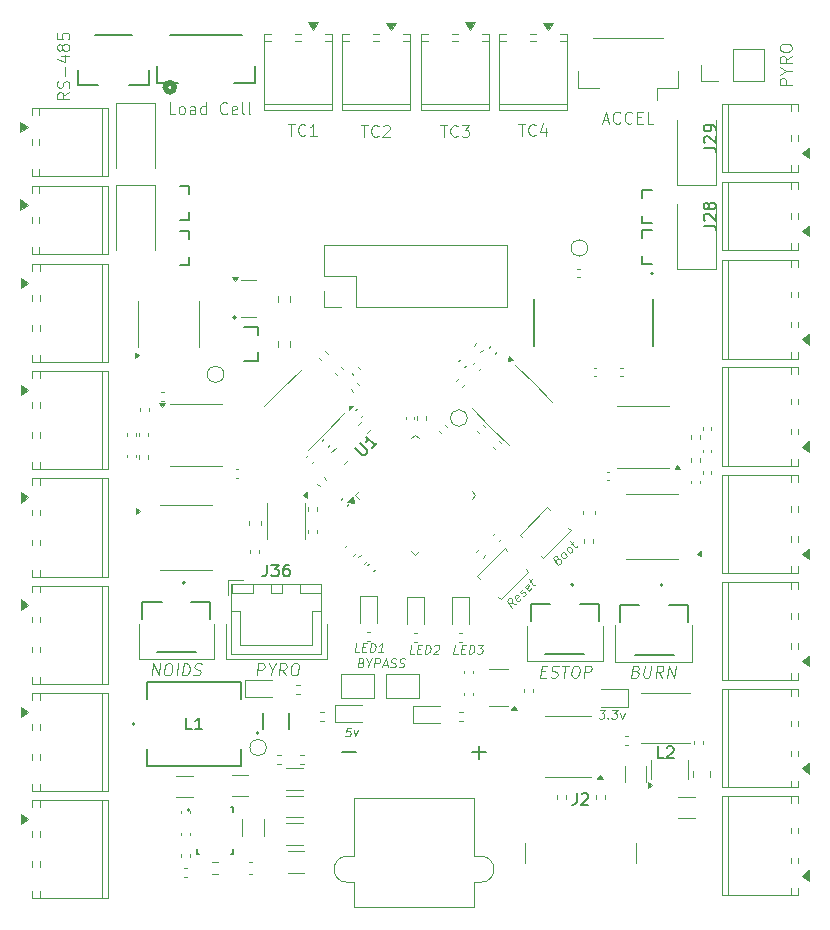
<source format=gbr>
%TF.GenerationSoftware,KiCad,Pcbnew,9.0.4*%
%TF.CreationDate,2025-11-05T21:14:26-05:00*%
%TF.ProjectId,Alpha_Breakout,416c7068-615f-4427-9265-616b6f75742e,rev?*%
%TF.SameCoordinates,Original*%
%TF.FileFunction,Legend,Top*%
%TF.FilePolarity,Positive*%
%FSLAX46Y46*%
G04 Gerber Fmt 4.6, Leading zero omitted, Abs format (unit mm)*
G04 Created by KiCad (PCBNEW 9.0.4) date 2025-11-05 21:14:26*
%MOMM*%
%LPD*%
G01*
G04 APERTURE LIST*
%ADD10C,0.100000*%
%ADD11C,0.150000*%
%ADD12C,0.120000*%
%ADD13C,0.127000*%
%ADD14C,0.200000*%
%ADD15C,0.203200*%
%ADD16C,0.152400*%
%ADD17C,0.508000*%
G04 APERTURE END LIST*
D10*
X171850000Y-115850000D02*
X171850000Y-112750000D01*
X131400000Y-115600000D02*
X131400000Y-112600000D01*
X164300000Y-115800000D02*
X164300000Y-112800000D01*
X125000000Y-112600000D02*
X125000000Y-115600000D01*
X125000000Y-115600000D02*
X131400000Y-115600000D01*
X157900000Y-115800000D02*
X164300000Y-115800000D01*
X132400000Y-115600000D02*
X140900000Y-115600000D01*
X140900000Y-112600000D02*
X140900000Y-115600000D01*
X157900000Y-112800000D02*
X157900000Y-115800000D01*
X165350000Y-112750000D02*
X165350000Y-115850000D01*
X132400000Y-112600000D02*
X132400000Y-115600000D01*
X165350000Y-115850000D02*
X171850000Y-115850000D01*
X157121027Y-70302420D02*
X157692455Y-70302420D01*
X157406741Y-71302420D02*
X157406741Y-70302420D01*
X158597217Y-71207181D02*
X158549598Y-71254801D01*
X158549598Y-71254801D02*
X158406741Y-71302420D01*
X158406741Y-71302420D02*
X158311503Y-71302420D01*
X158311503Y-71302420D02*
X158168646Y-71254801D01*
X158168646Y-71254801D02*
X158073408Y-71159562D01*
X158073408Y-71159562D02*
X158025789Y-71064324D01*
X158025789Y-71064324D02*
X157978170Y-70873848D01*
X157978170Y-70873848D02*
X157978170Y-70730991D01*
X157978170Y-70730991D02*
X158025789Y-70540515D01*
X158025789Y-70540515D02*
X158073408Y-70445277D01*
X158073408Y-70445277D02*
X158168646Y-70350039D01*
X158168646Y-70350039D02*
X158311503Y-70302420D01*
X158311503Y-70302420D02*
X158406741Y-70302420D01*
X158406741Y-70302420D02*
X158549598Y-70350039D01*
X158549598Y-70350039D02*
X158597217Y-70397658D01*
X159454360Y-70635753D02*
X159454360Y-71302420D01*
X159216265Y-70254801D02*
X158978170Y-70969086D01*
X158978170Y-70969086D02*
X159597217Y-70969086D01*
X150521027Y-70402420D02*
X151092455Y-70402420D01*
X150806741Y-71402420D02*
X150806741Y-70402420D01*
X151997217Y-71307181D02*
X151949598Y-71354801D01*
X151949598Y-71354801D02*
X151806741Y-71402420D01*
X151806741Y-71402420D02*
X151711503Y-71402420D01*
X151711503Y-71402420D02*
X151568646Y-71354801D01*
X151568646Y-71354801D02*
X151473408Y-71259562D01*
X151473408Y-71259562D02*
X151425789Y-71164324D01*
X151425789Y-71164324D02*
X151378170Y-70973848D01*
X151378170Y-70973848D02*
X151378170Y-70830991D01*
X151378170Y-70830991D02*
X151425789Y-70640515D01*
X151425789Y-70640515D02*
X151473408Y-70545277D01*
X151473408Y-70545277D02*
X151568646Y-70450039D01*
X151568646Y-70450039D02*
X151711503Y-70402420D01*
X151711503Y-70402420D02*
X151806741Y-70402420D01*
X151806741Y-70402420D02*
X151949598Y-70450039D01*
X151949598Y-70450039D02*
X151997217Y-70497658D01*
X152330551Y-70402420D02*
X152949598Y-70402420D01*
X152949598Y-70402420D02*
X152616265Y-70783372D01*
X152616265Y-70783372D02*
X152759122Y-70783372D01*
X152759122Y-70783372D02*
X152854360Y-70830991D01*
X152854360Y-70830991D02*
X152901979Y-70878610D01*
X152901979Y-70878610D02*
X152949598Y-70973848D01*
X152949598Y-70973848D02*
X152949598Y-71211943D01*
X152949598Y-71211943D02*
X152901979Y-71307181D01*
X152901979Y-71307181D02*
X152854360Y-71354801D01*
X152854360Y-71354801D02*
X152759122Y-71402420D01*
X152759122Y-71402420D02*
X152473408Y-71402420D01*
X152473408Y-71402420D02*
X152378170Y-71354801D01*
X152378170Y-71354801D02*
X152330551Y-71307181D01*
X134997931Y-116972419D02*
X135122931Y-115972419D01*
X135122931Y-115972419D02*
X135503884Y-115972419D01*
X135503884Y-115972419D02*
X135593169Y-116020038D01*
X135593169Y-116020038D02*
X135634836Y-116067657D01*
X135634836Y-116067657D02*
X135670550Y-116162895D01*
X135670550Y-116162895D02*
X135652693Y-116305752D01*
X135652693Y-116305752D02*
X135593169Y-116400990D01*
X135593169Y-116400990D02*
X135539598Y-116448609D01*
X135539598Y-116448609D02*
X135438408Y-116496228D01*
X135438408Y-116496228D02*
X135057455Y-116496228D01*
X136247931Y-116496228D02*
X136188408Y-116972419D01*
X135980074Y-115972419D02*
X136247931Y-116496228D01*
X136247931Y-116496228D02*
X136646741Y-115972419D01*
X137426503Y-116972419D02*
X137152693Y-116496228D01*
X136855074Y-116972419D02*
X136980074Y-115972419D01*
X136980074Y-115972419D02*
X137361027Y-115972419D01*
X137361027Y-115972419D02*
X137450312Y-116020038D01*
X137450312Y-116020038D02*
X137491979Y-116067657D01*
X137491979Y-116067657D02*
X137527693Y-116162895D01*
X137527693Y-116162895D02*
X137509836Y-116305752D01*
X137509836Y-116305752D02*
X137450312Y-116400990D01*
X137450312Y-116400990D02*
X137396741Y-116448609D01*
X137396741Y-116448609D02*
X137295551Y-116496228D01*
X137295551Y-116496228D02*
X136914598Y-116496228D01*
X138170551Y-115972419D02*
X138361027Y-115972419D01*
X138361027Y-115972419D02*
X138450312Y-116020038D01*
X138450312Y-116020038D02*
X138533646Y-116115276D01*
X138533646Y-116115276D02*
X138557455Y-116305752D01*
X138557455Y-116305752D02*
X138515789Y-116639085D01*
X138515789Y-116639085D02*
X138444360Y-116829561D01*
X138444360Y-116829561D02*
X138337217Y-116924800D01*
X138337217Y-116924800D02*
X138236027Y-116972419D01*
X138236027Y-116972419D02*
X138045551Y-116972419D01*
X138045551Y-116972419D02*
X137956265Y-116924800D01*
X137956265Y-116924800D02*
X137872932Y-116829561D01*
X137872932Y-116829561D02*
X137849122Y-116639085D01*
X137849122Y-116639085D02*
X137890789Y-116305752D01*
X137890789Y-116305752D02*
X137962217Y-116115276D01*
X137962217Y-116115276D02*
X138069360Y-116020038D01*
X138069360Y-116020038D02*
X138170551Y-115972419D01*
X148297039Y-115153014D02*
X147939896Y-115153014D01*
X147939896Y-115153014D02*
X148033646Y-114403014D01*
X148596146Y-114760157D02*
X148846146Y-114760157D01*
X148904182Y-115153014D02*
X148547039Y-115153014D01*
X148547039Y-115153014D02*
X148640789Y-114403014D01*
X148640789Y-114403014D02*
X148997932Y-114403014D01*
X149225610Y-115153014D02*
X149319360Y-114403014D01*
X149319360Y-114403014D02*
X149497931Y-114403014D01*
X149497931Y-114403014D02*
X149600610Y-114438728D01*
X149600610Y-114438728D02*
X149663110Y-114510157D01*
X149663110Y-114510157D02*
X149689895Y-114581585D01*
X149689895Y-114581585D02*
X149707753Y-114724442D01*
X149707753Y-114724442D02*
X149694360Y-114831585D01*
X149694360Y-114831585D02*
X149640788Y-114974442D01*
X149640788Y-114974442D02*
X149596145Y-115045871D01*
X149596145Y-115045871D02*
X149515788Y-115117300D01*
X149515788Y-115117300D02*
X149404181Y-115153014D01*
X149404181Y-115153014D02*
X149225610Y-115153014D01*
X150024717Y-114474442D02*
X150064895Y-114438728D01*
X150064895Y-114438728D02*
X150140788Y-114403014D01*
X150140788Y-114403014D02*
X150319360Y-114403014D01*
X150319360Y-114403014D02*
X150386324Y-114438728D01*
X150386324Y-114438728D02*
X150417574Y-114474442D01*
X150417574Y-114474442D02*
X150444360Y-114545871D01*
X150444360Y-114545871D02*
X150435431Y-114617300D01*
X150435431Y-114617300D02*
X150386324Y-114724442D01*
X150386324Y-114724442D02*
X149904181Y-115153014D01*
X149904181Y-115153014D02*
X150368467Y-115153014D01*
X156904098Y-110958742D02*
X156506351Y-110851414D01*
X156601052Y-111261788D02*
X156137014Y-110665167D01*
X156137014Y-110665167D02*
X156339044Y-110463136D01*
X156339044Y-110463136D02*
X156411649Y-110441039D01*
X156411649Y-110441039D02*
X156459000Y-110444196D01*
X156459000Y-110444196D02*
X156528448Y-110475763D01*
X156528448Y-110475763D02*
X156594739Y-110560995D01*
X156594739Y-110560995D02*
X156613679Y-110643070D01*
X156613679Y-110643070D02*
X156610523Y-110696734D01*
X156610523Y-110696734D02*
X156582112Y-110775652D01*
X156582112Y-110775652D02*
X156380082Y-110977683D01*
X157311316Y-110501017D02*
X157282905Y-110579935D01*
X157282905Y-110579935D02*
X157181890Y-110680950D01*
X157181890Y-110680950D02*
X157109285Y-110703047D01*
X157109285Y-110703047D02*
X157039837Y-110671480D01*
X157039837Y-110671480D02*
X156863061Y-110444196D01*
X156863061Y-110444196D02*
X156844120Y-110362121D01*
X156844120Y-110362121D02*
X156872531Y-110283203D01*
X156872531Y-110283203D02*
X156973546Y-110182188D01*
X156973546Y-110182188D02*
X157046151Y-110160090D01*
X157046151Y-110160090D02*
X157115599Y-110191658D01*
X157115599Y-110191658D02*
X157159793Y-110248479D01*
X157159793Y-110248479D02*
X156951449Y-110557838D01*
X157538600Y-110273733D02*
X157611205Y-110251636D01*
X157611205Y-110251636D02*
X157712220Y-110150620D01*
X157712220Y-110150620D02*
X157740631Y-110071702D01*
X157740631Y-110071702D02*
X157721690Y-109989627D01*
X157721690Y-109989627D02*
X157699593Y-109961217D01*
X157699593Y-109961217D02*
X157630145Y-109929649D01*
X157630145Y-109929649D02*
X157557541Y-109951747D01*
X157557541Y-109951747D02*
X157481779Y-110027508D01*
X157481779Y-110027508D02*
X157409174Y-110049605D01*
X157409174Y-110049605D02*
X157339726Y-110018038D01*
X157339726Y-110018038D02*
X157317629Y-109989627D01*
X157317629Y-109989627D02*
X157298689Y-109907552D01*
X157298689Y-109907552D02*
X157327099Y-109828634D01*
X157327099Y-109828634D02*
X157402861Y-109752873D01*
X157402861Y-109752873D02*
X157475466Y-109730776D01*
X158195199Y-109617133D02*
X158166789Y-109696052D01*
X158166789Y-109696052D02*
X158065774Y-109797067D01*
X158065774Y-109797067D02*
X157993169Y-109819164D01*
X157993169Y-109819164D02*
X157923721Y-109787597D01*
X157923721Y-109787597D02*
X157746944Y-109560312D01*
X157746944Y-109560312D02*
X157728004Y-109478237D01*
X157728004Y-109478237D02*
X157756414Y-109399319D01*
X157756414Y-109399319D02*
X157857430Y-109298304D01*
X157857430Y-109298304D02*
X157930034Y-109276207D01*
X157930034Y-109276207D02*
X157999482Y-109307774D01*
X157999482Y-109307774D02*
X158043677Y-109364595D01*
X158043677Y-109364595D02*
X157835333Y-109673955D01*
X158084714Y-109071020D02*
X158286744Y-108868989D01*
X158005796Y-108796385D02*
X158403543Y-109307774D01*
X158403543Y-109307774D02*
X158472991Y-109339342D01*
X158472991Y-109339342D02*
X158545596Y-109317245D01*
X158545596Y-109317245D02*
X158596104Y-109266737D01*
X128102574Y-69472419D02*
X127626384Y-69472419D01*
X127626384Y-69472419D02*
X127626384Y-68472419D01*
X128578765Y-69472419D02*
X128483527Y-69424800D01*
X128483527Y-69424800D02*
X128435908Y-69377180D01*
X128435908Y-69377180D02*
X128388289Y-69281942D01*
X128388289Y-69281942D02*
X128388289Y-68996228D01*
X128388289Y-68996228D02*
X128435908Y-68900990D01*
X128435908Y-68900990D02*
X128483527Y-68853371D01*
X128483527Y-68853371D02*
X128578765Y-68805752D01*
X128578765Y-68805752D02*
X128721622Y-68805752D01*
X128721622Y-68805752D02*
X128816860Y-68853371D01*
X128816860Y-68853371D02*
X128864479Y-68900990D01*
X128864479Y-68900990D02*
X128912098Y-68996228D01*
X128912098Y-68996228D02*
X128912098Y-69281942D01*
X128912098Y-69281942D02*
X128864479Y-69377180D01*
X128864479Y-69377180D02*
X128816860Y-69424800D01*
X128816860Y-69424800D02*
X128721622Y-69472419D01*
X128721622Y-69472419D02*
X128578765Y-69472419D01*
X129769241Y-69472419D02*
X129769241Y-68948609D01*
X129769241Y-68948609D02*
X129721622Y-68853371D01*
X129721622Y-68853371D02*
X129626384Y-68805752D01*
X129626384Y-68805752D02*
X129435908Y-68805752D01*
X129435908Y-68805752D02*
X129340670Y-68853371D01*
X129769241Y-69424800D02*
X129674003Y-69472419D01*
X129674003Y-69472419D02*
X129435908Y-69472419D01*
X129435908Y-69472419D02*
X129340670Y-69424800D01*
X129340670Y-69424800D02*
X129293051Y-69329561D01*
X129293051Y-69329561D02*
X129293051Y-69234323D01*
X129293051Y-69234323D02*
X129340670Y-69139085D01*
X129340670Y-69139085D02*
X129435908Y-69091466D01*
X129435908Y-69091466D02*
X129674003Y-69091466D01*
X129674003Y-69091466D02*
X129769241Y-69043847D01*
X130674003Y-69472419D02*
X130674003Y-68472419D01*
X130674003Y-69424800D02*
X130578765Y-69472419D01*
X130578765Y-69472419D02*
X130388289Y-69472419D01*
X130388289Y-69472419D02*
X130293051Y-69424800D01*
X130293051Y-69424800D02*
X130245432Y-69377180D01*
X130245432Y-69377180D02*
X130197813Y-69281942D01*
X130197813Y-69281942D02*
X130197813Y-68996228D01*
X130197813Y-68996228D02*
X130245432Y-68900990D01*
X130245432Y-68900990D02*
X130293051Y-68853371D01*
X130293051Y-68853371D02*
X130388289Y-68805752D01*
X130388289Y-68805752D02*
X130578765Y-68805752D01*
X130578765Y-68805752D02*
X130674003Y-68853371D01*
X132483527Y-69377180D02*
X132435908Y-69424800D01*
X132435908Y-69424800D02*
X132293051Y-69472419D01*
X132293051Y-69472419D02*
X132197813Y-69472419D01*
X132197813Y-69472419D02*
X132054956Y-69424800D01*
X132054956Y-69424800D02*
X131959718Y-69329561D01*
X131959718Y-69329561D02*
X131912099Y-69234323D01*
X131912099Y-69234323D02*
X131864480Y-69043847D01*
X131864480Y-69043847D02*
X131864480Y-68900990D01*
X131864480Y-68900990D02*
X131912099Y-68710514D01*
X131912099Y-68710514D02*
X131959718Y-68615276D01*
X131959718Y-68615276D02*
X132054956Y-68520038D01*
X132054956Y-68520038D02*
X132197813Y-68472419D01*
X132197813Y-68472419D02*
X132293051Y-68472419D01*
X132293051Y-68472419D02*
X132435908Y-68520038D01*
X132435908Y-68520038D02*
X132483527Y-68567657D01*
X133293051Y-69424800D02*
X133197813Y-69472419D01*
X133197813Y-69472419D02*
X133007337Y-69472419D01*
X133007337Y-69472419D02*
X132912099Y-69424800D01*
X132912099Y-69424800D02*
X132864480Y-69329561D01*
X132864480Y-69329561D02*
X132864480Y-68948609D01*
X132864480Y-68948609D02*
X132912099Y-68853371D01*
X132912099Y-68853371D02*
X133007337Y-68805752D01*
X133007337Y-68805752D02*
X133197813Y-68805752D01*
X133197813Y-68805752D02*
X133293051Y-68853371D01*
X133293051Y-68853371D02*
X133340670Y-68948609D01*
X133340670Y-68948609D02*
X133340670Y-69043847D01*
X133340670Y-69043847D02*
X132864480Y-69139085D01*
X133912099Y-69472419D02*
X133816861Y-69424800D01*
X133816861Y-69424800D02*
X133769242Y-69329561D01*
X133769242Y-69329561D02*
X133769242Y-68472419D01*
X134435909Y-69472419D02*
X134340671Y-69424800D01*
X134340671Y-69424800D02*
X134293052Y-69329561D01*
X134293052Y-69329561D02*
X134293052Y-68472419D01*
X164012217Y-119903014D02*
X164476503Y-119903014D01*
X164476503Y-119903014D02*
X164190789Y-120188728D01*
X164190789Y-120188728D02*
X164297931Y-120188728D01*
X164297931Y-120188728D02*
X164364896Y-120224442D01*
X164364896Y-120224442D02*
X164396146Y-120260157D01*
X164396146Y-120260157D02*
X164422931Y-120331585D01*
X164422931Y-120331585D02*
X164400610Y-120510157D01*
X164400610Y-120510157D02*
X164355967Y-120581585D01*
X164355967Y-120581585D02*
X164315789Y-120617300D01*
X164315789Y-120617300D02*
X164239896Y-120653014D01*
X164239896Y-120653014D02*
X164025610Y-120653014D01*
X164025610Y-120653014D02*
X163958646Y-120617300D01*
X163958646Y-120617300D02*
X163927396Y-120581585D01*
X164713110Y-120581585D02*
X164744360Y-120617300D01*
X164744360Y-120617300D02*
X164704182Y-120653014D01*
X164704182Y-120653014D02*
X164672932Y-120617300D01*
X164672932Y-120617300D02*
X164713110Y-120581585D01*
X164713110Y-120581585D02*
X164704182Y-120653014D01*
X165083646Y-119903014D02*
X165547932Y-119903014D01*
X165547932Y-119903014D02*
X165262218Y-120188728D01*
X165262218Y-120188728D02*
X165369360Y-120188728D01*
X165369360Y-120188728D02*
X165436325Y-120224442D01*
X165436325Y-120224442D02*
X165467575Y-120260157D01*
X165467575Y-120260157D02*
X165494360Y-120331585D01*
X165494360Y-120331585D02*
X165472039Y-120510157D01*
X165472039Y-120510157D02*
X165427396Y-120581585D01*
X165427396Y-120581585D02*
X165387218Y-120617300D01*
X165387218Y-120617300D02*
X165311325Y-120653014D01*
X165311325Y-120653014D02*
X165097039Y-120653014D01*
X165097039Y-120653014D02*
X165030075Y-120617300D01*
X165030075Y-120617300D02*
X164998825Y-120581585D01*
X165766682Y-120153014D02*
X165882754Y-120653014D01*
X165882754Y-120653014D02*
X166123825Y-120153014D01*
X164278765Y-69986704D02*
X164754955Y-69986704D01*
X164183527Y-70272419D02*
X164516860Y-69272419D01*
X164516860Y-69272419D02*
X164850193Y-70272419D01*
X165754955Y-70177180D02*
X165707336Y-70224800D01*
X165707336Y-70224800D02*
X165564479Y-70272419D01*
X165564479Y-70272419D02*
X165469241Y-70272419D01*
X165469241Y-70272419D02*
X165326384Y-70224800D01*
X165326384Y-70224800D02*
X165231146Y-70129561D01*
X165231146Y-70129561D02*
X165183527Y-70034323D01*
X165183527Y-70034323D02*
X165135908Y-69843847D01*
X165135908Y-69843847D02*
X165135908Y-69700990D01*
X165135908Y-69700990D02*
X165183527Y-69510514D01*
X165183527Y-69510514D02*
X165231146Y-69415276D01*
X165231146Y-69415276D02*
X165326384Y-69320038D01*
X165326384Y-69320038D02*
X165469241Y-69272419D01*
X165469241Y-69272419D02*
X165564479Y-69272419D01*
X165564479Y-69272419D02*
X165707336Y-69320038D01*
X165707336Y-69320038D02*
X165754955Y-69367657D01*
X166754955Y-70177180D02*
X166707336Y-70224800D01*
X166707336Y-70224800D02*
X166564479Y-70272419D01*
X166564479Y-70272419D02*
X166469241Y-70272419D01*
X166469241Y-70272419D02*
X166326384Y-70224800D01*
X166326384Y-70224800D02*
X166231146Y-70129561D01*
X166231146Y-70129561D02*
X166183527Y-70034323D01*
X166183527Y-70034323D02*
X166135908Y-69843847D01*
X166135908Y-69843847D02*
X166135908Y-69700990D01*
X166135908Y-69700990D02*
X166183527Y-69510514D01*
X166183527Y-69510514D02*
X166231146Y-69415276D01*
X166231146Y-69415276D02*
X166326384Y-69320038D01*
X166326384Y-69320038D02*
X166469241Y-69272419D01*
X166469241Y-69272419D02*
X166564479Y-69272419D01*
X166564479Y-69272419D02*
X166707336Y-69320038D01*
X166707336Y-69320038D02*
X166754955Y-69367657D01*
X167183527Y-69748609D02*
X167516860Y-69748609D01*
X167659717Y-70272419D02*
X167183527Y-70272419D01*
X167183527Y-70272419D02*
X167183527Y-69272419D01*
X167183527Y-69272419D02*
X167659717Y-69272419D01*
X168564479Y-70272419D02*
X168088289Y-70272419D01*
X168088289Y-70272419D02*
X168088289Y-69272419D01*
X159063408Y-116648609D02*
X159396741Y-116648609D01*
X159474122Y-117172419D02*
X158997931Y-117172419D01*
X158997931Y-117172419D02*
X159122931Y-116172419D01*
X159122931Y-116172419D02*
X159599122Y-116172419D01*
X159861027Y-117124800D02*
X159997931Y-117172419D01*
X159997931Y-117172419D02*
X160236027Y-117172419D01*
X160236027Y-117172419D02*
X160337217Y-117124800D01*
X160337217Y-117124800D02*
X160390789Y-117077180D01*
X160390789Y-117077180D02*
X160450312Y-116981942D01*
X160450312Y-116981942D02*
X160462217Y-116886704D01*
X160462217Y-116886704D02*
X160426503Y-116791466D01*
X160426503Y-116791466D02*
X160384836Y-116743847D01*
X160384836Y-116743847D02*
X160295551Y-116696228D01*
X160295551Y-116696228D02*
X160111027Y-116648609D01*
X160111027Y-116648609D02*
X160021741Y-116600990D01*
X160021741Y-116600990D02*
X159980074Y-116553371D01*
X159980074Y-116553371D02*
X159944360Y-116458133D01*
X159944360Y-116458133D02*
X159956265Y-116362895D01*
X159956265Y-116362895D02*
X160015789Y-116267657D01*
X160015789Y-116267657D02*
X160069360Y-116220038D01*
X160069360Y-116220038D02*
X160170551Y-116172419D01*
X160170551Y-116172419D02*
X160408646Y-116172419D01*
X160408646Y-116172419D02*
X160545551Y-116220038D01*
X160837217Y-116172419D02*
X161408646Y-116172419D01*
X160997932Y-117172419D02*
X161122932Y-116172419D01*
X161932456Y-116172419D02*
X162122932Y-116172419D01*
X162122932Y-116172419D02*
X162212217Y-116220038D01*
X162212217Y-116220038D02*
X162295551Y-116315276D01*
X162295551Y-116315276D02*
X162319360Y-116505752D01*
X162319360Y-116505752D02*
X162277694Y-116839085D01*
X162277694Y-116839085D02*
X162206265Y-117029561D01*
X162206265Y-117029561D02*
X162099122Y-117124800D01*
X162099122Y-117124800D02*
X161997932Y-117172419D01*
X161997932Y-117172419D02*
X161807456Y-117172419D01*
X161807456Y-117172419D02*
X161718170Y-117124800D01*
X161718170Y-117124800D02*
X161634837Y-117029561D01*
X161634837Y-117029561D02*
X161611027Y-116839085D01*
X161611027Y-116839085D02*
X161652694Y-116505752D01*
X161652694Y-116505752D02*
X161724122Y-116315276D01*
X161724122Y-116315276D02*
X161831265Y-116220038D01*
X161831265Y-116220038D02*
X161932456Y-116172419D01*
X162664598Y-117172419D02*
X162789598Y-116172419D01*
X162789598Y-116172419D02*
X163170551Y-116172419D01*
X163170551Y-116172419D02*
X163259836Y-116220038D01*
X163259836Y-116220038D02*
X163301503Y-116267657D01*
X163301503Y-116267657D02*
X163337217Y-116362895D01*
X163337217Y-116362895D02*
X163319360Y-116505752D01*
X163319360Y-116505752D02*
X163259836Y-116600990D01*
X163259836Y-116600990D02*
X163206265Y-116648609D01*
X163206265Y-116648609D02*
X163105075Y-116696228D01*
X163105075Y-116696228D02*
X162724122Y-116696228D01*
X143839003Y-115910157D02*
X143941681Y-115945871D01*
X143941681Y-115945871D02*
X143972931Y-115981585D01*
X143972931Y-115981585D02*
X143999717Y-116053014D01*
X143999717Y-116053014D02*
X143986324Y-116160157D01*
X143986324Y-116160157D02*
X143941681Y-116231585D01*
X143941681Y-116231585D02*
X143901503Y-116267300D01*
X143901503Y-116267300D02*
X143825610Y-116303014D01*
X143825610Y-116303014D02*
X143539896Y-116303014D01*
X143539896Y-116303014D02*
X143633646Y-115553014D01*
X143633646Y-115553014D02*
X143883646Y-115553014D01*
X143883646Y-115553014D02*
X143950610Y-115588728D01*
X143950610Y-115588728D02*
X143981860Y-115624442D01*
X143981860Y-115624442D02*
X144008646Y-115695871D01*
X144008646Y-115695871D02*
X143999717Y-115767300D01*
X143999717Y-115767300D02*
X143955074Y-115838728D01*
X143955074Y-115838728D02*
X143914896Y-115874442D01*
X143914896Y-115874442D02*
X143839003Y-115910157D01*
X143839003Y-115910157D02*
X143589003Y-115910157D01*
X144477396Y-115945871D02*
X144432753Y-116303014D01*
X144276503Y-115553014D02*
X144477396Y-115945871D01*
X144477396Y-115945871D02*
X144776503Y-115553014D01*
X144932753Y-116303014D02*
X145026503Y-115553014D01*
X145026503Y-115553014D02*
X145312217Y-115553014D01*
X145312217Y-115553014D02*
X145379181Y-115588728D01*
X145379181Y-115588728D02*
X145410431Y-115624442D01*
X145410431Y-115624442D02*
X145437217Y-115695871D01*
X145437217Y-115695871D02*
X145423824Y-115803014D01*
X145423824Y-115803014D02*
X145379181Y-115874442D01*
X145379181Y-115874442D02*
X145339003Y-115910157D01*
X145339003Y-115910157D02*
X145263110Y-115945871D01*
X145263110Y-115945871D02*
X144977396Y-115945871D01*
X145673824Y-116088728D02*
X146030967Y-116088728D01*
X145575610Y-116303014D02*
X145919360Y-115553014D01*
X145919360Y-115553014D02*
X146075610Y-116303014D01*
X146294360Y-116267300D02*
X146397038Y-116303014D01*
X146397038Y-116303014D02*
X146575610Y-116303014D01*
X146575610Y-116303014D02*
X146651503Y-116267300D01*
X146651503Y-116267300D02*
X146691681Y-116231585D01*
X146691681Y-116231585D02*
X146736324Y-116160157D01*
X146736324Y-116160157D02*
X146745253Y-116088728D01*
X146745253Y-116088728D02*
X146718467Y-116017300D01*
X146718467Y-116017300D02*
X146687217Y-115981585D01*
X146687217Y-115981585D02*
X146620253Y-115945871D01*
X146620253Y-115945871D02*
X146481860Y-115910157D01*
X146481860Y-115910157D02*
X146414895Y-115874442D01*
X146414895Y-115874442D02*
X146383645Y-115838728D01*
X146383645Y-115838728D02*
X146356860Y-115767300D01*
X146356860Y-115767300D02*
X146365788Y-115695871D01*
X146365788Y-115695871D02*
X146410431Y-115624442D01*
X146410431Y-115624442D02*
X146450610Y-115588728D01*
X146450610Y-115588728D02*
X146526503Y-115553014D01*
X146526503Y-115553014D02*
X146705074Y-115553014D01*
X146705074Y-115553014D02*
X146807753Y-115588728D01*
X147008646Y-116267300D02*
X147111324Y-116303014D01*
X147111324Y-116303014D02*
X147289896Y-116303014D01*
X147289896Y-116303014D02*
X147365789Y-116267300D01*
X147365789Y-116267300D02*
X147405967Y-116231585D01*
X147405967Y-116231585D02*
X147450610Y-116160157D01*
X147450610Y-116160157D02*
X147459539Y-116088728D01*
X147459539Y-116088728D02*
X147432753Y-116017300D01*
X147432753Y-116017300D02*
X147401503Y-115981585D01*
X147401503Y-115981585D02*
X147334539Y-115945871D01*
X147334539Y-115945871D02*
X147196146Y-115910157D01*
X147196146Y-115910157D02*
X147129181Y-115874442D01*
X147129181Y-115874442D02*
X147097931Y-115838728D01*
X147097931Y-115838728D02*
X147071146Y-115767300D01*
X147071146Y-115767300D02*
X147080074Y-115695871D01*
X147080074Y-115695871D02*
X147124717Y-115624442D01*
X147124717Y-115624442D02*
X147164896Y-115588728D01*
X147164896Y-115588728D02*
X147240789Y-115553014D01*
X147240789Y-115553014D02*
X147419360Y-115553014D01*
X147419360Y-115553014D02*
X147522039Y-115588728D01*
X142940789Y-121403014D02*
X142583646Y-121403014D01*
X142583646Y-121403014D02*
X142503289Y-121760157D01*
X142503289Y-121760157D02*
X142543467Y-121724442D01*
X142543467Y-121724442D02*
X142619360Y-121688728D01*
X142619360Y-121688728D02*
X142797931Y-121688728D01*
X142797931Y-121688728D02*
X142864896Y-121724442D01*
X142864896Y-121724442D02*
X142896146Y-121760157D01*
X142896146Y-121760157D02*
X142922931Y-121831585D01*
X142922931Y-121831585D02*
X142900610Y-122010157D01*
X142900610Y-122010157D02*
X142855967Y-122081585D01*
X142855967Y-122081585D02*
X142815789Y-122117300D01*
X142815789Y-122117300D02*
X142739896Y-122153014D01*
X142739896Y-122153014D02*
X142561324Y-122153014D01*
X142561324Y-122153014D02*
X142494360Y-122117300D01*
X142494360Y-122117300D02*
X142463110Y-122081585D01*
X143195253Y-121653014D02*
X143311325Y-122153014D01*
X143311325Y-122153014D02*
X143552396Y-121653014D01*
X143821027Y-70402420D02*
X144392455Y-70402420D01*
X144106741Y-71402420D02*
X144106741Y-70402420D01*
X145297217Y-71307181D02*
X145249598Y-71354801D01*
X145249598Y-71354801D02*
X145106741Y-71402420D01*
X145106741Y-71402420D02*
X145011503Y-71402420D01*
X145011503Y-71402420D02*
X144868646Y-71354801D01*
X144868646Y-71354801D02*
X144773408Y-71259562D01*
X144773408Y-71259562D02*
X144725789Y-71164324D01*
X144725789Y-71164324D02*
X144678170Y-70973848D01*
X144678170Y-70973848D02*
X144678170Y-70830991D01*
X144678170Y-70830991D02*
X144725789Y-70640515D01*
X144725789Y-70640515D02*
X144773408Y-70545277D01*
X144773408Y-70545277D02*
X144868646Y-70450039D01*
X144868646Y-70450039D02*
X145011503Y-70402420D01*
X145011503Y-70402420D02*
X145106741Y-70402420D01*
X145106741Y-70402420D02*
X145249598Y-70450039D01*
X145249598Y-70450039D02*
X145297217Y-70497658D01*
X145678170Y-70497658D02*
X145725789Y-70450039D01*
X145725789Y-70450039D02*
X145821027Y-70402420D01*
X145821027Y-70402420D02*
X146059122Y-70402420D01*
X146059122Y-70402420D02*
X146154360Y-70450039D01*
X146154360Y-70450039D02*
X146201979Y-70497658D01*
X146201979Y-70497658D02*
X146249598Y-70592896D01*
X146249598Y-70592896D02*
X146249598Y-70688134D01*
X146249598Y-70688134D02*
X146201979Y-70830991D01*
X146201979Y-70830991D02*
X145630551Y-71402420D01*
X145630551Y-71402420D02*
X146249598Y-71402420D01*
X151997039Y-115153014D02*
X151639896Y-115153014D01*
X151639896Y-115153014D02*
X151733646Y-114403014D01*
X152296146Y-114760157D02*
X152546146Y-114760157D01*
X152604182Y-115153014D02*
X152247039Y-115153014D01*
X152247039Y-115153014D02*
X152340789Y-114403014D01*
X152340789Y-114403014D02*
X152697932Y-114403014D01*
X152925610Y-115153014D02*
X153019360Y-114403014D01*
X153019360Y-114403014D02*
X153197931Y-114403014D01*
X153197931Y-114403014D02*
X153300610Y-114438728D01*
X153300610Y-114438728D02*
X153363110Y-114510157D01*
X153363110Y-114510157D02*
X153389895Y-114581585D01*
X153389895Y-114581585D02*
X153407753Y-114724442D01*
X153407753Y-114724442D02*
X153394360Y-114831585D01*
X153394360Y-114831585D02*
X153340788Y-114974442D01*
X153340788Y-114974442D02*
X153296145Y-115045871D01*
X153296145Y-115045871D02*
X153215788Y-115117300D01*
X153215788Y-115117300D02*
X153104181Y-115153014D01*
X153104181Y-115153014D02*
X152925610Y-115153014D01*
X153697931Y-114403014D02*
X154162217Y-114403014D01*
X154162217Y-114403014D02*
X153876503Y-114688728D01*
X153876503Y-114688728D02*
X153983645Y-114688728D01*
X153983645Y-114688728D02*
X154050610Y-114724442D01*
X154050610Y-114724442D02*
X154081860Y-114760157D01*
X154081860Y-114760157D02*
X154108645Y-114831585D01*
X154108645Y-114831585D02*
X154086324Y-115010157D01*
X154086324Y-115010157D02*
X154041681Y-115081585D01*
X154041681Y-115081585D02*
X154001503Y-115117300D01*
X154001503Y-115117300D02*
X153925610Y-115153014D01*
X153925610Y-115153014D02*
X153711324Y-115153014D01*
X153711324Y-115153014D02*
X153644360Y-115117300D01*
X153644360Y-115117300D02*
X153613110Y-115081585D01*
X180272419Y-66996115D02*
X179272419Y-66996115D01*
X179272419Y-66996115D02*
X179272419Y-66615163D01*
X179272419Y-66615163D02*
X179320038Y-66519925D01*
X179320038Y-66519925D02*
X179367657Y-66472306D01*
X179367657Y-66472306D02*
X179462895Y-66424687D01*
X179462895Y-66424687D02*
X179605752Y-66424687D01*
X179605752Y-66424687D02*
X179700990Y-66472306D01*
X179700990Y-66472306D02*
X179748609Y-66519925D01*
X179748609Y-66519925D02*
X179796228Y-66615163D01*
X179796228Y-66615163D02*
X179796228Y-66996115D01*
X179796228Y-65805639D02*
X180272419Y-65805639D01*
X179272419Y-66138972D02*
X179796228Y-65805639D01*
X179796228Y-65805639D02*
X179272419Y-65472306D01*
X180272419Y-64567544D02*
X179796228Y-64900877D01*
X180272419Y-65138972D02*
X179272419Y-65138972D01*
X179272419Y-65138972D02*
X179272419Y-64758020D01*
X179272419Y-64758020D02*
X179320038Y-64662782D01*
X179320038Y-64662782D02*
X179367657Y-64615163D01*
X179367657Y-64615163D02*
X179462895Y-64567544D01*
X179462895Y-64567544D02*
X179605752Y-64567544D01*
X179605752Y-64567544D02*
X179700990Y-64615163D01*
X179700990Y-64615163D02*
X179748609Y-64662782D01*
X179748609Y-64662782D02*
X179796228Y-64758020D01*
X179796228Y-64758020D02*
X179796228Y-65138972D01*
X179272419Y-63948496D02*
X179272419Y-63758020D01*
X179272419Y-63758020D02*
X179320038Y-63662782D01*
X179320038Y-63662782D02*
X179415276Y-63567544D01*
X179415276Y-63567544D02*
X179605752Y-63519925D01*
X179605752Y-63519925D02*
X179939085Y-63519925D01*
X179939085Y-63519925D02*
X180129561Y-63567544D01*
X180129561Y-63567544D02*
X180224800Y-63662782D01*
X180224800Y-63662782D02*
X180272419Y-63758020D01*
X180272419Y-63758020D02*
X180272419Y-63948496D01*
X180272419Y-63948496D02*
X180224800Y-64043734D01*
X180224800Y-64043734D02*
X180129561Y-64138972D01*
X180129561Y-64138972D02*
X179939085Y-64186591D01*
X179939085Y-64186591D02*
X179605752Y-64186591D01*
X179605752Y-64186591D02*
X179415276Y-64138972D01*
X179415276Y-64138972D02*
X179320038Y-64043734D01*
X179320038Y-64043734D02*
X179272419Y-63948496D01*
X143637039Y-115015513D02*
X143279896Y-115015513D01*
X143279896Y-115015513D02*
X143373646Y-114265513D01*
X143936146Y-114622656D02*
X144186146Y-114622656D01*
X144244182Y-115015513D02*
X143887039Y-115015513D01*
X143887039Y-115015513D02*
X143980789Y-114265513D01*
X143980789Y-114265513D02*
X144337932Y-114265513D01*
X144565610Y-115015513D02*
X144659360Y-114265513D01*
X144659360Y-114265513D02*
X144837931Y-114265513D01*
X144837931Y-114265513D02*
X144940610Y-114301227D01*
X144940610Y-114301227D02*
X145003110Y-114372656D01*
X145003110Y-114372656D02*
X145029895Y-114444084D01*
X145029895Y-114444084D02*
X145047753Y-114586941D01*
X145047753Y-114586941D02*
X145034360Y-114694084D01*
X145034360Y-114694084D02*
X144980788Y-114836941D01*
X144980788Y-114836941D02*
X144936145Y-114908370D01*
X144936145Y-114908370D02*
X144855788Y-114979799D01*
X144855788Y-114979799D02*
X144744181Y-115015513D01*
X144744181Y-115015513D02*
X144565610Y-115015513D01*
X145708467Y-115015513D02*
X145279895Y-115015513D01*
X145494181Y-115015513D02*
X145587931Y-114265513D01*
X145587931Y-114265513D02*
X145503110Y-114372656D01*
X145503110Y-114372656D02*
X145422753Y-114444084D01*
X145422753Y-114444084D02*
X145346860Y-114479799D01*
X126097931Y-116972419D02*
X126222931Y-115972419D01*
X126222931Y-115972419D02*
X126669360Y-116972419D01*
X126669360Y-116972419D02*
X126794360Y-115972419D01*
X127461027Y-115972419D02*
X127651503Y-115972419D01*
X127651503Y-115972419D02*
X127740788Y-116020038D01*
X127740788Y-116020038D02*
X127824122Y-116115276D01*
X127824122Y-116115276D02*
X127847931Y-116305752D01*
X127847931Y-116305752D02*
X127806265Y-116639085D01*
X127806265Y-116639085D02*
X127734836Y-116829561D01*
X127734836Y-116829561D02*
X127627693Y-116924800D01*
X127627693Y-116924800D02*
X127526503Y-116972419D01*
X127526503Y-116972419D02*
X127336027Y-116972419D01*
X127336027Y-116972419D02*
X127246741Y-116924800D01*
X127246741Y-116924800D02*
X127163408Y-116829561D01*
X127163408Y-116829561D02*
X127139598Y-116639085D01*
X127139598Y-116639085D02*
X127181265Y-116305752D01*
X127181265Y-116305752D02*
X127252693Y-116115276D01*
X127252693Y-116115276D02*
X127359836Y-116020038D01*
X127359836Y-116020038D02*
X127461027Y-115972419D01*
X128193169Y-116972419D02*
X128318169Y-115972419D01*
X128669359Y-116972419D02*
X128794359Y-115972419D01*
X128794359Y-115972419D02*
X129032455Y-115972419D01*
X129032455Y-115972419D02*
X129169359Y-116020038D01*
X129169359Y-116020038D02*
X129252693Y-116115276D01*
X129252693Y-116115276D02*
X129288407Y-116210514D01*
X129288407Y-116210514D02*
X129312217Y-116400990D01*
X129312217Y-116400990D02*
X129294359Y-116543847D01*
X129294359Y-116543847D02*
X129222931Y-116734323D01*
X129222931Y-116734323D02*
X129163407Y-116829561D01*
X129163407Y-116829561D02*
X129056264Y-116924800D01*
X129056264Y-116924800D02*
X128907455Y-116972419D01*
X128907455Y-116972419D02*
X128669359Y-116972419D01*
X129627693Y-116924800D02*
X129764597Y-116972419D01*
X129764597Y-116972419D02*
X130002693Y-116972419D01*
X130002693Y-116972419D02*
X130103883Y-116924800D01*
X130103883Y-116924800D02*
X130157455Y-116877180D01*
X130157455Y-116877180D02*
X130216978Y-116781942D01*
X130216978Y-116781942D02*
X130228883Y-116686704D01*
X130228883Y-116686704D02*
X130193169Y-116591466D01*
X130193169Y-116591466D02*
X130151502Y-116543847D01*
X130151502Y-116543847D02*
X130062217Y-116496228D01*
X130062217Y-116496228D02*
X129877693Y-116448609D01*
X129877693Y-116448609D02*
X129788407Y-116400990D01*
X129788407Y-116400990D02*
X129746740Y-116353371D01*
X129746740Y-116353371D02*
X129711026Y-116258133D01*
X129711026Y-116258133D02*
X129722931Y-116162895D01*
X129722931Y-116162895D02*
X129782455Y-116067657D01*
X129782455Y-116067657D02*
X129836026Y-116020038D01*
X129836026Y-116020038D02*
X129937217Y-115972419D01*
X129937217Y-115972419D02*
X130175312Y-115972419D01*
X130175312Y-115972419D02*
X130312217Y-116020038D01*
X119094919Y-67624687D02*
X118618728Y-67958020D01*
X119094919Y-68196115D02*
X118094919Y-68196115D01*
X118094919Y-68196115D02*
X118094919Y-67815163D01*
X118094919Y-67815163D02*
X118142538Y-67719925D01*
X118142538Y-67719925D02*
X118190157Y-67672306D01*
X118190157Y-67672306D02*
X118285395Y-67624687D01*
X118285395Y-67624687D02*
X118428252Y-67624687D01*
X118428252Y-67624687D02*
X118523490Y-67672306D01*
X118523490Y-67672306D02*
X118571109Y-67719925D01*
X118571109Y-67719925D02*
X118618728Y-67815163D01*
X118618728Y-67815163D02*
X118618728Y-68196115D01*
X119047300Y-67243734D02*
X119094919Y-67100877D01*
X119094919Y-67100877D02*
X119094919Y-66862782D01*
X119094919Y-66862782D02*
X119047300Y-66767544D01*
X119047300Y-66767544D02*
X118999680Y-66719925D01*
X118999680Y-66719925D02*
X118904442Y-66672306D01*
X118904442Y-66672306D02*
X118809204Y-66672306D01*
X118809204Y-66672306D02*
X118713966Y-66719925D01*
X118713966Y-66719925D02*
X118666347Y-66767544D01*
X118666347Y-66767544D02*
X118618728Y-66862782D01*
X118618728Y-66862782D02*
X118571109Y-67053258D01*
X118571109Y-67053258D02*
X118523490Y-67148496D01*
X118523490Y-67148496D02*
X118475871Y-67196115D01*
X118475871Y-67196115D02*
X118380633Y-67243734D01*
X118380633Y-67243734D02*
X118285395Y-67243734D01*
X118285395Y-67243734D02*
X118190157Y-67196115D01*
X118190157Y-67196115D02*
X118142538Y-67148496D01*
X118142538Y-67148496D02*
X118094919Y-67053258D01*
X118094919Y-67053258D02*
X118094919Y-66815163D01*
X118094919Y-66815163D02*
X118142538Y-66672306D01*
X118713966Y-66243734D02*
X118713966Y-65481830D01*
X118428252Y-64577068D02*
X119094919Y-64577068D01*
X118047300Y-64815163D02*
X118761585Y-65053258D01*
X118761585Y-65053258D02*
X118761585Y-64434211D01*
X118523490Y-63910401D02*
X118475871Y-64005639D01*
X118475871Y-64005639D02*
X118428252Y-64053258D01*
X118428252Y-64053258D02*
X118333014Y-64100877D01*
X118333014Y-64100877D02*
X118285395Y-64100877D01*
X118285395Y-64100877D02*
X118190157Y-64053258D01*
X118190157Y-64053258D02*
X118142538Y-64005639D01*
X118142538Y-64005639D02*
X118094919Y-63910401D01*
X118094919Y-63910401D02*
X118094919Y-63719925D01*
X118094919Y-63719925D02*
X118142538Y-63624687D01*
X118142538Y-63624687D02*
X118190157Y-63577068D01*
X118190157Y-63577068D02*
X118285395Y-63529449D01*
X118285395Y-63529449D02*
X118333014Y-63529449D01*
X118333014Y-63529449D02*
X118428252Y-63577068D01*
X118428252Y-63577068D02*
X118475871Y-63624687D01*
X118475871Y-63624687D02*
X118523490Y-63719925D01*
X118523490Y-63719925D02*
X118523490Y-63910401D01*
X118523490Y-63910401D02*
X118571109Y-64005639D01*
X118571109Y-64005639D02*
X118618728Y-64053258D01*
X118618728Y-64053258D02*
X118713966Y-64100877D01*
X118713966Y-64100877D02*
X118904442Y-64100877D01*
X118904442Y-64100877D02*
X118999680Y-64053258D01*
X118999680Y-64053258D02*
X119047300Y-64005639D01*
X119047300Y-64005639D02*
X119094919Y-63910401D01*
X119094919Y-63910401D02*
X119094919Y-63719925D01*
X119094919Y-63719925D02*
X119047300Y-63624687D01*
X119047300Y-63624687D02*
X118999680Y-63577068D01*
X118999680Y-63577068D02*
X118904442Y-63529449D01*
X118904442Y-63529449D02*
X118713966Y-63529449D01*
X118713966Y-63529449D02*
X118618728Y-63577068D01*
X118618728Y-63577068D02*
X118571109Y-63624687D01*
X118571109Y-63624687D02*
X118523490Y-63719925D01*
X118094919Y-62624687D02*
X118094919Y-63100877D01*
X118094919Y-63100877D02*
X118571109Y-63148496D01*
X118571109Y-63148496D02*
X118523490Y-63100877D01*
X118523490Y-63100877D02*
X118475871Y-63005639D01*
X118475871Y-63005639D02*
X118475871Y-62767544D01*
X118475871Y-62767544D02*
X118523490Y-62672306D01*
X118523490Y-62672306D02*
X118571109Y-62624687D01*
X118571109Y-62624687D02*
X118666347Y-62577068D01*
X118666347Y-62577068D02*
X118904442Y-62577068D01*
X118904442Y-62577068D02*
X118999680Y-62624687D01*
X118999680Y-62624687D02*
X119047300Y-62672306D01*
X119047300Y-62672306D02*
X119094919Y-62767544D01*
X119094919Y-62767544D02*
X119094919Y-63005639D01*
X119094919Y-63005639D02*
X119047300Y-63100877D01*
X119047300Y-63100877D02*
X118999680Y-63148496D01*
X160434761Y-107172495D02*
X160532620Y-107125145D01*
X160532620Y-107125145D02*
X160579971Y-107128301D01*
X160579971Y-107128301D02*
X160649419Y-107159869D01*
X160649419Y-107159869D02*
X160715710Y-107245100D01*
X160715710Y-107245100D02*
X160734650Y-107327175D01*
X160734650Y-107327175D02*
X160731493Y-107380839D01*
X160731493Y-107380839D02*
X160703083Y-107459758D01*
X160703083Y-107459758D02*
X160501052Y-107661788D01*
X160501052Y-107661788D02*
X160037014Y-107065167D01*
X160037014Y-107065167D02*
X160213790Y-106888390D01*
X160213790Y-106888390D02*
X160286395Y-106866293D01*
X160286395Y-106866293D02*
X160333746Y-106869450D01*
X160333746Y-106869450D02*
X160403194Y-106901017D01*
X160403194Y-106901017D02*
X160447388Y-106957838D01*
X160447388Y-106957838D02*
X160466328Y-107039913D01*
X160466328Y-107039913D02*
X160463172Y-107093577D01*
X160463172Y-107093577D02*
X160434761Y-107172495D01*
X160434761Y-107172495D02*
X160257984Y-107349272D01*
X161107144Y-107055697D02*
X161034539Y-107077794D01*
X161034539Y-107077794D02*
X160987188Y-107074637D01*
X160987188Y-107074637D02*
X160917740Y-107043070D01*
X160917740Y-107043070D02*
X160785158Y-106872606D01*
X160785158Y-106872606D02*
X160766217Y-106790531D01*
X160766217Y-106790531D02*
X160769374Y-106736867D01*
X160769374Y-106736867D02*
X160797785Y-106657949D01*
X160797785Y-106657949D02*
X160873546Y-106582188D01*
X160873546Y-106582188D02*
X160946151Y-106560090D01*
X160946151Y-106560090D02*
X160993502Y-106563247D01*
X160993502Y-106563247D02*
X161062950Y-106594814D01*
X161062950Y-106594814D02*
X161195532Y-106765278D01*
X161195532Y-106765278D02*
X161214473Y-106847353D01*
X161214473Y-106847353D02*
X161211316Y-106901017D01*
X161211316Y-106901017D02*
X161182905Y-106979935D01*
X161182905Y-106979935D02*
X161107144Y-107055697D01*
X161586966Y-106575874D02*
X161514361Y-106597971D01*
X161514361Y-106597971D02*
X161467011Y-106594815D01*
X161467011Y-106594815D02*
X161397563Y-106563247D01*
X161397563Y-106563247D02*
X161264980Y-106392784D01*
X161264980Y-106392784D02*
X161246040Y-106310709D01*
X161246040Y-106310709D02*
X161249196Y-106257045D01*
X161249196Y-106257045D02*
X161277607Y-106178127D01*
X161277607Y-106178127D02*
X161353368Y-106102365D01*
X161353368Y-106102365D02*
X161425973Y-106080268D01*
X161425973Y-106080268D02*
X161473324Y-106083425D01*
X161473324Y-106083425D02*
X161542772Y-106114992D01*
X161542772Y-106114992D02*
X161675354Y-106285456D01*
X161675354Y-106285456D02*
X161694295Y-106367530D01*
X161694295Y-106367530D02*
X161691138Y-106421195D01*
X161691138Y-106421195D02*
X161662728Y-106500113D01*
X161662728Y-106500113D02*
X161586966Y-106575874D01*
X161605906Y-105849828D02*
X161807937Y-105647797D01*
X161526988Y-105575192D02*
X161924736Y-106086582D01*
X161924736Y-106086582D02*
X161994184Y-106118149D01*
X161994184Y-106118149D02*
X162066788Y-106096052D01*
X162066788Y-106096052D02*
X162117296Y-106045545D01*
X167096741Y-116648609D02*
X167233646Y-116696228D01*
X167233646Y-116696228D02*
X167275312Y-116743847D01*
X167275312Y-116743847D02*
X167311027Y-116839085D01*
X167311027Y-116839085D02*
X167293169Y-116981942D01*
X167293169Y-116981942D02*
X167233646Y-117077180D01*
X167233646Y-117077180D02*
X167180074Y-117124800D01*
X167180074Y-117124800D02*
X167078884Y-117172419D01*
X167078884Y-117172419D02*
X166697931Y-117172419D01*
X166697931Y-117172419D02*
X166822931Y-116172419D01*
X166822931Y-116172419D02*
X167156265Y-116172419D01*
X167156265Y-116172419D02*
X167245550Y-116220038D01*
X167245550Y-116220038D02*
X167287217Y-116267657D01*
X167287217Y-116267657D02*
X167322931Y-116362895D01*
X167322931Y-116362895D02*
X167311027Y-116458133D01*
X167311027Y-116458133D02*
X167251503Y-116553371D01*
X167251503Y-116553371D02*
X167197931Y-116600990D01*
X167197931Y-116600990D02*
X167096741Y-116648609D01*
X167096741Y-116648609D02*
X166763408Y-116648609D01*
X167822931Y-116172419D02*
X167721741Y-116981942D01*
X167721741Y-116981942D02*
X167757455Y-117077180D01*
X167757455Y-117077180D02*
X167799122Y-117124800D01*
X167799122Y-117124800D02*
X167888408Y-117172419D01*
X167888408Y-117172419D02*
X168078884Y-117172419D01*
X168078884Y-117172419D02*
X168180074Y-117124800D01*
X168180074Y-117124800D02*
X168233646Y-117077180D01*
X168233646Y-117077180D02*
X168293169Y-116981942D01*
X168293169Y-116981942D02*
X168394360Y-116172419D01*
X169316979Y-117172419D02*
X169043169Y-116696228D01*
X168745550Y-117172419D02*
X168870550Y-116172419D01*
X168870550Y-116172419D02*
X169251503Y-116172419D01*
X169251503Y-116172419D02*
X169340788Y-116220038D01*
X169340788Y-116220038D02*
X169382455Y-116267657D01*
X169382455Y-116267657D02*
X169418169Y-116362895D01*
X169418169Y-116362895D02*
X169400312Y-116505752D01*
X169400312Y-116505752D02*
X169340788Y-116600990D01*
X169340788Y-116600990D02*
X169287217Y-116648609D01*
X169287217Y-116648609D02*
X169186027Y-116696228D01*
X169186027Y-116696228D02*
X168805074Y-116696228D01*
X169745550Y-117172419D02*
X169870550Y-116172419D01*
X169870550Y-116172419D02*
X170316979Y-117172419D01*
X170316979Y-117172419D02*
X170441979Y-116172419D01*
X137621027Y-70302420D02*
X138192455Y-70302420D01*
X137906741Y-71302420D02*
X137906741Y-70302420D01*
X139097217Y-71207181D02*
X139049598Y-71254801D01*
X139049598Y-71254801D02*
X138906741Y-71302420D01*
X138906741Y-71302420D02*
X138811503Y-71302420D01*
X138811503Y-71302420D02*
X138668646Y-71254801D01*
X138668646Y-71254801D02*
X138573408Y-71159562D01*
X138573408Y-71159562D02*
X138525789Y-71064324D01*
X138525789Y-71064324D02*
X138478170Y-70873848D01*
X138478170Y-70873848D02*
X138478170Y-70730991D01*
X138478170Y-70730991D02*
X138525789Y-70540515D01*
X138525789Y-70540515D02*
X138573408Y-70445277D01*
X138573408Y-70445277D02*
X138668646Y-70350039D01*
X138668646Y-70350039D02*
X138811503Y-70302420D01*
X138811503Y-70302420D02*
X138906741Y-70302420D01*
X138906741Y-70302420D02*
X139049598Y-70350039D01*
X139049598Y-70350039D02*
X139097217Y-70397658D01*
X140049598Y-71302420D02*
X139478170Y-71302420D01*
X139763884Y-71302420D02*
X139763884Y-70302420D01*
X139763884Y-70302420D02*
X139668646Y-70445277D01*
X139668646Y-70445277D02*
X139573408Y-70540515D01*
X139573408Y-70540515D02*
X139478170Y-70588134D01*
D11*
X172834819Y-72318811D02*
X173549104Y-72318811D01*
X173549104Y-72318811D02*
X173691961Y-72366430D01*
X173691961Y-72366430D02*
X173787200Y-72461668D01*
X173787200Y-72461668D02*
X173834819Y-72604525D01*
X173834819Y-72604525D02*
X173834819Y-72699763D01*
X172930057Y-71890239D02*
X172882438Y-71842620D01*
X172882438Y-71842620D02*
X172834819Y-71747382D01*
X172834819Y-71747382D02*
X172834819Y-71509287D01*
X172834819Y-71509287D02*
X172882438Y-71414049D01*
X172882438Y-71414049D02*
X172930057Y-71366430D01*
X172930057Y-71366430D02*
X173025295Y-71318811D01*
X173025295Y-71318811D02*
X173120533Y-71318811D01*
X173120533Y-71318811D02*
X173263390Y-71366430D01*
X173263390Y-71366430D02*
X173834819Y-71937858D01*
X173834819Y-71937858D02*
X173834819Y-71318811D01*
X173834819Y-70842620D02*
X173834819Y-70652144D01*
X173834819Y-70652144D02*
X173787200Y-70556906D01*
X173787200Y-70556906D02*
X173739580Y-70509287D01*
X173739580Y-70509287D02*
X173596723Y-70414049D01*
X173596723Y-70414049D02*
X173406247Y-70366430D01*
X173406247Y-70366430D02*
X173025295Y-70366430D01*
X173025295Y-70366430D02*
X172930057Y-70414049D01*
X172930057Y-70414049D02*
X172882438Y-70461668D01*
X172882438Y-70461668D02*
X172834819Y-70556906D01*
X172834819Y-70556906D02*
X172834819Y-70747382D01*
X172834819Y-70747382D02*
X172882438Y-70842620D01*
X172882438Y-70842620D02*
X172930057Y-70890239D01*
X172930057Y-70890239D02*
X173025295Y-70937858D01*
X173025295Y-70937858D02*
X173263390Y-70937858D01*
X173263390Y-70937858D02*
X173358628Y-70890239D01*
X173358628Y-70890239D02*
X173406247Y-70842620D01*
X173406247Y-70842620D02*
X173453866Y-70747382D01*
X173453866Y-70747382D02*
X173453866Y-70556906D01*
X173453866Y-70556906D02*
X173406247Y-70461668D01*
X173406247Y-70461668D02*
X173358628Y-70414049D01*
X173358628Y-70414049D02*
X173263390Y-70366430D01*
X142228571Y-123514700D02*
X143371429Y-123514700D01*
X153228571Y-123514700D02*
X154371429Y-123514700D01*
X153800000Y-124086128D02*
X153800000Y-122943271D01*
X172834819Y-78908814D02*
X173549104Y-78908814D01*
X173549104Y-78908814D02*
X173691961Y-78956433D01*
X173691961Y-78956433D02*
X173787200Y-79051671D01*
X173787200Y-79051671D02*
X173834819Y-79194528D01*
X173834819Y-79194528D02*
X173834819Y-79289766D01*
X172930057Y-78480242D02*
X172882438Y-78432623D01*
X172882438Y-78432623D02*
X172834819Y-78337385D01*
X172834819Y-78337385D02*
X172834819Y-78099290D01*
X172834819Y-78099290D02*
X172882438Y-78004052D01*
X172882438Y-78004052D02*
X172930057Y-77956433D01*
X172930057Y-77956433D02*
X173025295Y-77908814D01*
X173025295Y-77908814D02*
X173120533Y-77908814D01*
X173120533Y-77908814D02*
X173263390Y-77956433D01*
X173263390Y-77956433D02*
X173834819Y-78527861D01*
X173834819Y-78527861D02*
X173834819Y-77908814D01*
X173263390Y-77337385D02*
X173215771Y-77432623D01*
X173215771Y-77432623D02*
X173168152Y-77480242D01*
X173168152Y-77480242D02*
X173072914Y-77527861D01*
X173072914Y-77527861D02*
X173025295Y-77527861D01*
X173025295Y-77527861D02*
X172930057Y-77480242D01*
X172930057Y-77480242D02*
X172882438Y-77432623D01*
X172882438Y-77432623D02*
X172834819Y-77337385D01*
X172834819Y-77337385D02*
X172834819Y-77146909D01*
X172834819Y-77146909D02*
X172882438Y-77051671D01*
X172882438Y-77051671D02*
X172930057Y-77004052D01*
X172930057Y-77004052D02*
X173025295Y-76956433D01*
X173025295Y-76956433D02*
X173072914Y-76956433D01*
X173072914Y-76956433D02*
X173168152Y-77004052D01*
X173168152Y-77004052D02*
X173215771Y-77051671D01*
X173215771Y-77051671D02*
X173263390Y-77146909D01*
X173263390Y-77146909D02*
X173263390Y-77337385D01*
X173263390Y-77337385D02*
X173311009Y-77432623D01*
X173311009Y-77432623D02*
X173358628Y-77480242D01*
X173358628Y-77480242D02*
X173453866Y-77527861D01*
X173453866Y-77527861D02*
X173644342Y-77527861D01*
X173644342Y-77527861D02*
X173739580Y-77480242D01*
X173739580Y-77480242D02*
X173787200Y-77432623D01*
X173787200Y-77432623D02*
X173834819Y-77337385D01*
X173834819Y-77337385D02*
X173834819Y-77146909D01*
X173834819Y-77146909D02*
X173787200Y-77051671D01*
X173787200Y-77051671D02*
X173739580Y-77004052D01*
X173739580Y-77004052D02*
X173644342Y-76956433D01*
X173644342Y-76956433D02*
X173453866Y-76956433D01*
X173453866Y-76956433D02*
X173358628Y-77004052D01*
X173358628Y-77004052D02*
X173311009Y-77051671D01*
X173311009Y-77051671D02*
X173263390Y-77146909D01*
X129512034Y-121554819D02*
X129035844Y-121554819D01*
X129035844Y-121554819D02*
X129035844Y-120554819D01*
X130369177Y-121554819D02*
X129797749Y-121554819D01*
X130083463Y-121554819D02*
X130083463Y-120554819D01*
X130083463Y-120554819D02*
X129988225Y-120697676D01*
X129988225Y-120697676D02*
X129892987Y-120792914D01*
X129892987Y-120792914D02*
X129797749Y-120840533D01*
X135840476Y-107604819D02*
X135840476Y-108319104D01*
X135840476Y-108319104D02*
X135792857Y-108461961D01*
X135792857Y-108461961D02*
X135697619Y-108557200D01*
X135697619Y-108557200D02*
X135554762Y-108604819D01*
X135554762Y-108604819D02*
X135459524Y-108604819D01*
X136221429Y-107604819D02*
X136840476Y-107604819D01*
X136840476Y-107604819D02*
X136507143Y-107985771D01*
X136507143Y-107985771D02*
X136650000Y-107985771D01*
X136650000Y-107985771D02*
X136745238Y-108033390D01*
X136745238Y-108033390D02*
X136792857Y-108081009D01*
X136792857Y-108081009D02*
X136840476Y-108176247D01*
X136840476Y-108176247D02*
X136840476Y-108414342D01*
X136840476Y-108414342D02*
X136792857Y-108509580D01*
X136792857Y-108509580D02*
X136745238Y-108557200D01*
X136745238Y-108557200D02*
X136650000Y-108604819D01*
X136650000Y-108604819D02*
X136364286Y-108604819D01*
X136364286Y-108604819D02*
X136269048Y-108557200D01*
X136269048Y-108557200D02*
X136221429Y-108509580D01*
X137697619Y-107604819D02*
X137507143Y-107604819D01*
X137507143Y-107604819D02*
X137411905Y-107652438D01*
X137411905Y-107652438D02*
X137364286Y-107700057D01*
X137364286Y-107700057D02*
X137269048Y-107842914D01*
X137269048Y-107842914D02*
X137221429Y-108033390D01*
X137221429Y-108033390D02*
X137221429Y-108414342D01*
X137221429Y-108414342D02*
X137269048Y-108509580D01*
X137269048Y-108509580D02*
X137316667Y-108557200D01*
X137316667Y-108557200D02*
X137411905Y-108604819D01*
X137411905Y-108604819D02*
X137602381Y-108604819D01*
X137602381Y-108604819D02*
X137697619Y-108557200D01*
X137697619Y-108557200D02*
X137745238Y-108509580D01*
X137745238Y-108509580D02*
X137792857Y-108414342D01*
X137792857Y-108414342D02*
X137792857Y-108176247D01*
X137792857Y-108176247D02*
X137745238Y-108081009D01*
X137745238Y-108081009D02*
X137697619Y-108033390D01*
X137697619Y-108033390D02*
X137602381Y-107985771D01*
X137602381Y-107985771D02*
X137411905Y-107985771D01*
X137411905Y-107985771D02*
X137316667Y-108033390D01*
X137316667Y-108033390D02*
X137269048Y-108081009D01*
X137269048Y-108081009D02*
X137221429Y-108176247D01*
X162071666Y-126959819D02*
X162071666Y-127674104D01*
X162071666Y-127674104D02*
X162024047Y-127816961D01*
X162024047Y-127816961D02*
X161928809Y-127912200D01*
X161928809Y-127912200D02*
X161785952Y-127959819D01*
X161785952Y-127959819D02*
X161690714Y-127959819D01*
X162500238Y-127055057D02*
X162547857Y-127007438D01*
X162547857Y-127007438D02*
X162643095Y-126959819D01*
X162643095Y-126959819D02*
X162881190Y-126959819D01*
X162881190Y-126959819D02*
X162976428Y-127007438D01*
X162976428Y-127007438D02*
X163024047Y-127055057D01*
X163024047Y-127055057D02*
X163071666Y-127150295D01*
X163071666Y-127150295D02*
X163071666Y-127245533D01*
X163071666Y-127245533D02*
X163024047Y-127388390D01*
X163024047Y-127388390D02*
X162452619Y-127959819D01*
X162452619Y-127959819D02*
X163071666Y-127959819D01*
X143339175Y-97716671D02*
X143911595Y-98289091D01*
X143911595Y-98289091D02*
X144012610Y-98322763D01*
X144012610Y-98322763D02*
X144079954Y-98322763D01*
X144079954Y-98322763D02*
X144180969Y-98289091D01*
X144180969Y-98289091D02*
X144315656Y-98154404D01*
X144315656Y-98154404D02*
X144349328Y-98053389D01*
X144349328Y-98053389D02*
X144349328Y-97986045D01*
X144349328Y-97986045D02*
X144315656Y-97885030D01*
X144315656Y-97885030D02*
X143743236Y-97312610D01*
X145157450Y-97312610D02*
X144753389Y-97716671D01*
X144955419Y-97514641D02*
X144248313Y-96807534D01*
X144248313Y-96807534D02*
X144281984Y-96975893D01*
X144281984Y-96975893D02*
X144281984Y-97110580D01*
X144281984Y-97110580D02*
X144248313Y-97211595D01*
X169423334Y-124004819D02*
X168947144Y-124004819D01*
X168947144Y-124004819D02*
X168947144Y-123004819D01*
X169709049Y-123100057D02*
X169756668Y-123052438D01*
X169756668Y-123052438D02*
X169851906Y-123004819D01*
X169851906Y-123004819D02*
X170090001Y-123004819D01*
X170090001Y-123004819D02*
X170185239Y-123052438D01*
X170185239Y-123052438D02*
X170232858Y-123100057D01*
X170232858Y-123100057D02*
X170280477Y-123195295D01*
X170280477Y-123195295D02*
X170280477Y-123290533D01*
X170280477Y-123290533D02*
X170232858Y-123433390D01*
X170232858Y-123433390D02*
X169661430Y-124004819D01*
X169661430Y-124004819D02*
X170280477Y-124004819D01*
D12*
%TO.C,C46*%
X152540000Y-118687837D02*
X152540000Y-118472165D01*
X153260000Y-118687837D02*
X153260000Y-118472165D01*
%TO.C,J7*%
X115980000Y-109380000D02*
X122420000Y-109380000D01*
X115980000Y-109970000D02*
X115980000Y-109380000D01*
X115980000Y-112510000D02*
X115980000Y-112030000D01*
X115980000Y-115050000D02*
X115980000Y-114570000D01*
X115980000Y-117700000D02*
X115980000Y-117110000D01*
X116600000Y-109380000D02*
X116600000Y-109970000D01*
X116600000Y-112030000D02*
X116600000Y-112510000D01*
X116600000Y-114570000D02*
X116600000Y-115050000D01*
X116600000Y-117110000D02*
X116600000Y-117700000D01*
X121900000Y-109380000D02*
X121900000Y-117700000D01*
X122420000Y-109380000D02*
X122420000Y-117700000D01*
X122420000Y-117700000D02*
X115980000Y-117700000D01*
X115630000Y-111000000D02*
X115020000Y-111440000D01*
X115020000Y-110560000D01*
X115630000Y-111000000D01*
G36*
X115630000Y-111000000D02*
G01*
X115020000Y-111440000D01*
X115020000Y-110560000D01*
X115630000Y-111000000D01*
G37*
%TO.C,R15*%
X138963640Y-123720000D02*
X138656358Y-123720000D01*
X138963640Y-124480000D02*
X138656358Y-124480000D01*
%TO.C,C20*%
X152155215Y-90258205D02*
X152002712Y-90410708D01*
X152664332Y-90767322D02*
X152511829Y-90919825D01*
%TO.C,R2*%
X148570000Y-95056358D02*
X148570000Y-95363640D01*
X149330000Y-95056358D02*
X149330000Y-95363640D01*
%TO.C,J12*%
X174380000Y-109080000D02*
X180820000Y-109080000D01*
X174380000Y-117400000D02*
X174380000Y-109080000D01*
X174900000Y-117400000D02*
X174900000Y-109080000D01*
X180200000Y-109670000D02*
X180200000Y-109080000D01*
X180200000Y-112210000D02*
X180200000Y-111730000D01*
X180200000Y-114750000D02*
X180200000Y-114270000D01*
X180200000Y-117400000D02*
X180200000Y-116810000D01*
X180820000Y-109080000D02*
X180820000Y-109670000D01*
X180820000Y-111730000D02*
X180820000Y-112210000D01*
X180820000Y-114270000D02*
X180820000Y-114750000D01*
X180820000Y-116810000D02*
X180820000Y-117400000D01*
X180820000Y-117400000D02*
X174380000Y-117400000D01*
X181780000Y-116220000D02*
X181170000Y-115780000D01*
X181780000Y-115340000D01*
X181780000Y-116220000D01*
G36*
X181780000Y-116220000D02*
G01*
X181170000Y-115780000D01*
X181780000Y-115340000D01*
X181780000Y-116220000D01*
G37*
%TO.C,D6*%
X123050000Y-75490003D02*
X123050000Y-81000003D01*
X126350000Y-75490003D02*
X123050000Y-75490003D01*
X126350000Y-75490003D02*
X126350000Y-81000003D01*
%TO.C,R18*%
X166443642Y-122120000D02*
X166136360Y-122120000D01*
X166443642Y-122880000D02*
X166136360Y-122880000D01*
%TO.C,C30*%
X128590000Y-132145164D02*
X128590000Y-132360836D01*
X129310000Y-132145164D02*
X129310000Y-132360836D01*
%TO.C,R32*%
X162720000Y-105446359D02*
X162720000Y-105753641D01*
X163480000Y-105446359D02*
X163480000Y-105753641D01*
%TO.C,R31*%
X134420000Y-106653641D02*
X134420000Y-106346359D01*
X135180000Y-106653641D02*
X135180000Y-106346359D01*
%TO.C,C40*%
X137488748Y-124867000D02*
X138911252Y-124867000D01*
X137488748Y-126687000D02*
X138911252Y-126687000D01*
%TO.C,C2*%
X147590000Y-95097164D02*
X147590000Y-95312836D01*
X148310000Y-95097164D02*
X148310000Y-95312836D01*
%TO.C,R11*%
X153581359Y-88867023D02*
X153364078Y-89084304D01*
X154118760Y-89404424D02*
X153901479Y-89621705D01*
%TO.C,J8*%
X174380000Y-118160000D02*
X180820000Y-118160000D01*
X174380000Y-126480000D02*
X174380000Y-118160000D01*
X174900000Y-126480000D02*
X174900000Y-118160000D01*
X180200000Y-118750000D02*
X180200000Y-118160000D01*
X180200000Y-121290000D02*
X180200000Y-120810000D01*
X180200000Y-123830000D02*
X180200000Y-123350000D01*
X180200000Y-126480000D02*
X180200000Y-125890000D01*
X180820000Y-118160000D02*
X180820000Y-118750000D01*
X180820000Y-120810000D02*
X180820000Y-121290000D01*
X180820000Y-123350000D02*
X180820000Y-123830000D01*
X180820000Y-125890000D02*
X180820000Y-126480000D01*
X180820000Y-126480000D02*
X174380000Y-126480000D01*
X181780000Y-125300000D02*
X181170000Y-124860000D01*
X181780000Y-124420000D01*
X181780000Y-125300000D01*
G36*
X181780000Y-125300000D02*
G01*
X181170000Y-124860000D01*
X181780000Y-124420000D01*
X181780000Y-125300000D01*
G37*
%TO.C,C16*%
X139282282Y-98308601D02*
X139129779Y-98461104D01*
X139791399Y-98817718D02*
X139638896Y-98970221D01*
%TO.C,C13*%
X125140000Y-94372164D02*
X125140000Y-94587836D01*
X125860000Y-94372164D02*
X125860000Y-94587836D01*
%TO.C,J18*%
X142180000Y-62680000D02*
X142770000Y-62680000D01*
X142180000Y-69120000D02*
X142180000Y-62680000D01*
X142770000Y-63300000D02*
X142180000Y-63300000D01*
X144830000Y-62680000D02*
X145310000Y-62680000D01*
X145310000Y-63299999D02*
X144830000Y-63300000D01*
X147370000Y-62680000D02*
X147960000Y-62680000D01*
X147960000Y-62680000D02*
X147960000Y-69120000D01*
X147960000Y-63299999D02*
X147370000Y-63299999D01*
X147960000Y-68600000D02*
X142180000Y-68600000D01*
X147960000Y-69120000D02*
X142180000Y-69120000D01*
X146340000Y-62330000D02*
X145900000Y-61720000D01*
X146780000Y-61720000D01*
X146340000Y-62330000D01*
G36*
X146340000Y-62330000D02*
G01*
X145900000Y-61720000D01*
X146780000Y-61720000D01*
X146340000Y-62330000D01*
G37*
D13*
%TO.C,J31*%
X158200000Y-110950000D02*
X159825000Y-110950000D01*
X158200000Y-112380000D02*
X158200000Y-110950000D01*
X159425000Y-115200000D02*
X162725000Y-115200000D01*
X162325000Y-110950000D02*
X163950000Y-110950000D01*
X163950000Y-112380000D02*
X163950000Y-110950000D01*
D14*
X161800000Y-109300000D02*
G75*
G02*
X161600000Y-109300000I-100000J0D01*
G01*
X161600000Y-109300000D02*
G75*
G02*
X161800000Y-109300000I100000J0D01*
G01*
D12*
%TO.C,J26*%
X115940000Y-68915147D02*
X122380000Y-68915147D01*
X115940000Y-69505147D02*
X115940000Y-68915147D01*
X115940000Y-72045147D02*
X115940000Y-71565147D01*
X115940000Y-74695147D02*
X115940000Y-74105147D01*
X116559999Y-68915147D02*
X116559999Y-69505147D01*
X116559999Y-71565147D02*
X116560000Y-72045147D01*
X116560000Y-74105147D02*
X116560000Y-74695147D01*
X121860000Y-68915147D02*
X121860000Y-74695147D01*
X122380000Y-68915147D02*
X122380000Y-74695147D01*
X122380000Y-74695147D02*
X115940000Y-74695147D01*
X115590000Y-70535147D02*
X114980000Y-70975147D01*
X114980000Y-70095147D01*
X115590000Y-70535147D01*
G36*
X115590000Y-70535147D02*
G01*
X114980000Y-70975147D01*
X114980000Y-70095147D01*
X115590000Y-70535147D01*
G37*
%TO.C,R19*%
X140336359Y-120120000D02*
X140643641Y-120120000D01*
X140336359Y-120880000D02*
X140643641Y-120880000D01*
%TO.C,C17*%
X124040000Y-98527836D02*
X124040000Y-98312164D01*
X124760000Y-98527836D02*
X124760000Y-98312164D01*
%TO.C,R5*%
X160420000Y-127428641D02*
X160420000Y-127121359D01*
X161180000Y-127428641D02*
X161180000Y-127121359D01*
%TO.C,U4*%
X168412500Y-101665000D02*
X166212500Y-101665000D01*
X168412500Y-101665000D02*
X170612500Y-101665000D01*
X168412500Y-107135000D02*
X166212500Y-107135000D01*
X168412500Y-107135000D02*
X170612500Y-107135000D01*
X172602500Y-106915000D02*
X172272500Y-106675000D01*
X172602500Y-106435000D01*
X172602500Y-106915000D01*
G36*
X172602500Y-106915000D02*
G01*
X172272500Y-106675000D01*
X172602500Y-106435000D01*
X172602500Y-106915000D01*
G37*
%TO.C,TP5*%
X163000000Y-80800000D02*
G75*
G02*
X161600000Y-80800000I-700000J0D01*
G01*
X161600000Y-80800000D02*
G75*
G02*
X163000000Y-80800000I700000J0D01*
G01*
%TO.C,C25*%
X172740000Y-95992164D02*
X172740000Y-96207836D01*
X173460000Y-95992164D02*
X173460000Y-96207836D01*
D15*
%TO.C,Q4*%
X167639600Y-75877600D02*
X168452400Y-75877600D01*
X167639600Y-76536400D02*
X167639600Y-75877600D01*
X167639600Y-78722400D02*
X167639600Y-78063600D01*
X168452400Y-78722400D02*
X167639600Y-78722400D01*
D12*
%TO.C,D10*%
X147705000Y-110327499D02*
X147705000Y-112612499D01*
X149175000Y-110327499D02*
X147705000Y-110327499D01*
X149175000Y-112612499D02*
X149175000Y-110327499D01*
%TO.C,U8*%
X167700000Y-94190000D02*
X165500000Y-94190000D01*
X167700000Y-94190000D02*
X169900000Y-94190000D01*
X167700000Y-99410000D02*
X165500000Y-99410000D01*
X167700000Y-99410000D02*
X169900000Y-99410000D01*
X170840000Y-99540000D02*
X170360000Y-99540001D01*
X170600000Y-99210000D01*
X170840000Y-99540000D01*
G36*
X170840000Y-99540000D02*
G01*
X170360000Y-99540001D01*
X170600000Y-99210000D01*
X170840000Y-99540000D01*
G37*
%TO.C,TP4*%
X135800000Y-123100000D02*
G75*
G02*
X134400000Y-123100000I-700000J0D01*
G01*
X134400000Y-123100000D02*
G75*
G02*
X135800000Y-123100000I700000J0D01*
G01*
%TO.C,J29*%
X174380000Y-68619288D02*
X180820000Y-68619288D01*
X174380000Y-74399288D02*
X174380000Y-68619288D01*
X174900000Y-74399288D02*
X174900000Y-68619288D01*
X180200000Y-69209288D02*
X180200000Y-68619288D01*
X180200001Y-71749288D02*
X180200000Y-71269288D01*
X180200001Y-74399288D02*
X180200001Y-73809288D01*
X180820000Y-68619288D02*
X180820000Y-69209288D01*
X180820000Y-71269288D02*
X180820000Y-71749288D01*
X180820000Y-73809288D02*
X180820000Y-74399288D01*
X180820000Y-74399288D02*
X174380000Y-74399288D01*
X181780000Y-73219288D02*
X181170000Y-72779288D01*
X181780000Y-72339288D01*
X181780000Y-73219288D01*
G36*
X181780000Y-73219288D02*
G01*
X181170000Y-72779288D01*
X181780000Y-72339288D01*
X181780000Y-73219288D01*
G37*
%TO.C,D2*%
X141602500Y-119465000D02*
X141602500Y-120935000D01*
X141602500Y-120935000D02*
X143887500Y-120935000D01*
X143887500Y-119465000D02*
X141602500Y-119465000D01*
%TO.C,J22*%
X143240000Y-132290000D02*
X142650000Y-132290000D01*
X143240000Y-132290000D02*
X143240000Y-127390000D01*
X143240000Y-134510000D02*
X142650000Y-134510000D01*
X143240000Y-136610000D02*
X143240000Y-134510000D01*
X153360000Y-127390000D02*
X143240000Y-127390000D01*
X153360000Y-132290000D02*
X153360000Y-127390000D01*
X153360000Y-136610000D02*
X143240000Y-136610000D01*
X153360000Y-136610000D02*
X153360000Y-134510000D01*
X153950000Y-132290000D02*
X153360000Y-132290000D01*
X153950000Y-134510000D02*
X153360000Y-134510000D01*
X142650000Y-134510000D02*
G75*
G02*
X142650000Y-132290000I0J1110000D01*
G01*
X153950000Y-132290000D02*
G75*
G02*
X153950000Y-134510000I0J-1110000D01*
G01*
%TO.C,J14*%
X115980000Y-91220000D02*
X122420000Y-91220000D01*
X115980000Y-91810000D02*
X115980000Y-91220000D01*
X115980000Y-94350000D02*
X115980000Y-93870000D01*
X115980000Y-96890000D02*
X115980000Y-96410000D01*
X115980000Y-99540000D02*
X115980000Y-98950000D01*
X116600000Y-91220000D02*
X116600000Y-91810000D01*
X116600000Y-93870000D02*
X116600000Y-94350000D01*
X116600000Y-96410000D02*
X116600000Y-96890000D01*
X116600000Y-98950000D02*
X116600000Y-99540000D01*
X121900000Y-91220000D02*
X121900000Y-99540000D01*
X122420000Y-91220000D02*
X122420000Y-99540000D01*
X122420000Y-99540000D02*
X115980000Y-99540000D01*
X115630000Y-92840000D02*
X115020000Y-93280000D01*
X115020000Y-92400000D01*
X115630000Y-92840000D01*
G36*
X115630000Y-92840000D02*
G01*
X115020000Y-93280000D01*
X115020000Y-92400000D01*
X115630000Y-92840000D01*
G37*
%TO.C,JP2*%
X142124999Y-116900000D02*
X144924999Y-116900000D01*
X142124999Y-118900000D02*
X142124999Y-116900000D01*
X144924999Y-116900000D02*
X144924999Y-118900000D01*
X144924999Y-118900000D02*
X142124999Y-118900000D01*
%TO.C,C49*%
X163715703Y-90952132D02*
X163500031Y-90952132D01*
X163715703Y-91672132D02*
X163500031Y-91672132D01*
%TO.C,C41*%
X166130001Y-126048752D02*
X166130001Y-124626248D01*
X167950001Y-126048752D02*
X167950001Y-124626248D01*
%TO.C,C37*%
X132858748Y-125420000D02*
X134281252Y-125420000D01*
X132858748Y-127240000D02*
X134281252Y-127240000D01*
%TO.C,C22*%
X154765193Y-89125687D02*
X154612690Y-89278190D01*
X155274310Y-89634804D02*
X155121807Y-89787307D01*
D13*
%TO.C,U12*%
X158422868Y-85162132D02*
X158422868Y-89062132D01*
X168552868Y-85162132D02*
X168552868Y-89062132D01*
D14*
X168532869Y-82967131D02*
G75*
G02*
X168332867Y-82967131I-100001J0D01*
G01*
X168332867Y-82967131D02*
G75*
G02*
X168532869Y-82967131I100001J0D01*
G01*
D12*
%TO.C,R9*%
X126856358Y-93020000D02*
X127163640Y-93020000D01*
X126856358Y-93780000D02*
X127163640Y-93780000D01*
%TO.C,U5*%
X137154451Y-92654451D02*
X135598816Y-94210086D01*
X137154451Y-92654451D02*
X138710086Y-91098816D01*
X140845549Y-96345549D02*
X139289914Y-97901184D01*
X140845549Y-96345549D02*
X142401184Y-94789914D01*
X143157788Y-94217157D02*
X142818377Y-94556569D01*
X142754737Y-94153518D01*
X143157788Y-94217157D01*
G36*
X143157788Y-94217157D02*
G01*
X142818377Y-94556569D01*
X142754737Y-94153518D01*
X143157788Y-94217157D01*
G37*
%TO.C,C11*%
X125040000Y-96482165D02*
X125040000Y-96697837D01*
X125760000Y-96482165D02*
X125760000Y-96697837D01*
D13*
%TO.C,Q5*%
X133870000Y-87450000D02*
X135050000Y-87450000D01*
X135050000Y-87450000D02*
X135050000Y-88180000D01*
X135050000Y-89620000D02*
X135050000Y-90350000D01*
X135050000Y-90350000D02*
X133870000Y-90350000D01*
D14*
X133200000Y-86700000D02*
G75*
G02*
X133000000Y-86700000I-100000J0D01*
G01*
X133000000Y-86700000D02*
G75*
G02*
X133200000Y-86700000I100000J0D01*
G01*
D12*
%TO.C,C36*%
X170653749Y-127252500D02*
X172076253Y-127252500D01*
X170653749Y-129072500D02*
X172076253Y-129072500D01*
%TO.C,SW2*%
X157245406Y-105074695D02*
X157457538Y-105286827D01*
X159225305Y-107054594D02*
X159013173Y-106842462D01*
X159578859Y-102741242D02*
X157245406Y-105074695D01*
X159790991Y-102953374D02*
X159578859Y-102741242D01*
X161346626Y-104509009D02*
X161558758Y-104721141D01*
X161558758Y-104721141D02*
X159225305Y-107054594D01*
%TO.C,C27*%
X164827836Y-99740000D02*
X164612164Y-99740000D01*
X164827836Y-100460000D02*
X164612164Y-100460000D01*
%TO.C,J10*%
X115980000Y-82140000D02*
X122420000Y-82140000D01*
X115980000Y-82730000D02*
X115980000Y-82140000D01*
X115980000Y-85270000D02*
X115980000Y-84790000D01*
X115980000Y-87810000D02*
X115980000Y-87330000D01*
X115980000Y-90460000D02*
X115980000Y-89870000D01*
X116600000Y-82140000D02*
X116600000Y-82730000D01*
X116600000Y-84790000D02*
X116600000Y-85270000D01*
X116600000Y-87330000D02*
X116600000Y-87810000D01*
X116600000Y-89870000D02*
X116600000Y-90460000D01*
X121900000Y-82140000D02*
X121900000Y-90460000D01*
X122420000Y-82140000D02*
X122420000Y-90460000D01*
X122420000Y-90460000D02*
X115980000Y-90460000D01*
X115630000Y-83760000D02*
X115020000Y-84200000D01*
X115020000Y-83320000D01*
X115630000Y-83760000D01*
G36*
X115630000Y-83760000D02*
G01*
X115020000Y-84200000D01*
X115020000Y-83320000D01*
X115630000Y-83760000D01*
G37*
%TO.C,J27*%
X115940000Y-75515149D02*
X122380000Y-75515149D01*
X115940000Y-76105149D02*
X115940000Y-75515149D01*
X115940000Y-78645149D02*
X115940000Y-78165149D01*
X115940000Y-81295149D02*
X115940000Y-80705149D01*
X116559999Y-75515149D02*
X116559999Y-76105149D01*
X116559999Y-78165149D02*
X116560000Y-78645149D01*
X116560000Y-80705149D02*
X116560000Y-81295149D01*
X121860000Y-75515149D02*
X121860000Y-81295149D01*
X122380000Y-75515149D02*
X122380000Y-81295149D01*
X122380000Y-81295149D02*
X115940000Y-81295149D01*
X115590000Y-77135149D02*
X114980000Y-77575149D01*
X114980000Y-76695149D01*
X115590000Y-77135149D01*
G36*
X115590000Y-77135149D02*
G01*
X114980000Y-77575149D01*
X114980000Y-76695149D01*
X115590000Y-77135149D01*
G37*
%TO.C,C14*%
X141608601Y-91417718D02*
X141761104Y-91570221D01*
X142117718Y-90908601D02*
X142270221Y-91061104D01*
%TO.C,U6*%
X129862741Y-94044414D02*
X127662741Y-94044414D01*
X129862741Y-94044414D02*
X132062741Y-94044414D01*
X129862741Y-99264414D02*
X127662741Y-99264414D01*
X129862741Y-99264414D02*
X132062741Y-99264414D01*
X126962741Y-94244414D02*
X126722741Y-93914414D01*
X127202741Y-93914413D01*
X126962741Y-94244414D01*
G36*
X126962741Y-94244414D02*
G01*
X126722741Y-93914414D01*
X127202741Y-93914413D01*
X126962741Y-94244414D01*
G37*
%TO.C,C43*%
X128590000Y-128445164D02*
X128590000Y-128660836D01*
X129310000Y-128445164D02*
X129310000Y-128660836D01*
%TO.C,D3*%
X134015000Y-117365000D02*
X134015000Y-118835000D01*
X134015000Y-118835000D02*
X136300000Y-118835000D01*
X136300000Y-117365000D02*
X134015000Y-117365000D01*
%TO.C,D8*%
X170573360Y-75482633D02*
X170573360Y-69972633D01*
X170573360Y-75482633D02*
X173873360Y-75482633D01*
X173873360Y-75482633D02*
X173873360Y-69972633D01*
%TO.C,J16*%
X174380000Y-100000000D02*
X180820000Y-100000000D01*
X174380000Y-108320000D02*
X174380000Y-100000000D01*
X174900000Y-108320000D02*
X174900000Y-100000000D01*
X180200000Y-100590000D02*
X180200000Y-100000000D01*
X180200000Y-103130000D02*
X180200000Y-102650000D01*
X180200000Y-105670000D02*
X180200000Y-105190000D01*
X180200000Y-108320000D02*
X180200000Y-107730000D01*
X180820000Y-100000000D02*
X180820000Y-100590000D01*
X180820000Y-102650000D02*
X180820000Y-103130000D01*
X180820000Y-105190000D02*
X180820000Y-105670000D01*
X180820000Y-107730000D02*
X180820000Y-108320000D01*
X180820000Y-108320000D02*
X174380000Y-108320000D01*
X181780000Y-107140000D02*
X181170000Y-106700000D01*
X181780000Y-106260000D01*
X181780000Y-107140000D01*
G36*
X181780000Y-107140000D02*
G01*
X181170000Y-106700000D01*
X181780000Y-106260000D01*
X181780000Y-107140000D01*
G37*
D13*
%TO.C,J30*%
X126572500Y-65420000D02*
X126572500Y-66850000D01*
X126572500Y-66850000D02*
X128337500Y-66850000D01*
X133737500Y-62800000D02*
X127647500Y-62800000D01*
X134822500Y-65430000D02*
X134822500Y-66850000D01*
X134822500Y-66850000D02*
X133057500Y-66850000D01*
D12*
%TO.C,C32*%
X171905001Y-125573753D02*
X171905001Y-125051247D01*
X173375001Y-125573753D02*
X173375001Y-125051247D01*
%TO.C,C23*%
X172740000Y-99937834D02*
X172740000Y-99722162D01*
X173460000Y-99937834D02*
X173460000Y-99722162D01*
%TO.C,R29*%
X148286358Y-113382499D02*
X148593640Y-113382499D01*
X148286358Y-114142499D02*
X148593640Y-114142499D01*
%TO.C,R20*%
X138336360Y-117820000D02*
X138643642Y-117820000D01*
X138336360Y-118580000D02*
X138643642Y-118580000D01*
%TO.C,C31*%
X128590000Y-130520836D02*
X128590000Y-130305164D01*
X129310000Y-130520836D02*
X129310000Y-130305164D01*
%TO.C,JP1*%
X145924999Y-116900000D02*
X148724999Y-116900000D01*
X145924999Y-118900000D02*
X145924999Y-116900000D01*
X148724999Y-116900000D02*
X148724999Y-118900000D01*
X148724999Y-118900000D02*
X145924999Y-118900000D01*
%TO.C,C28*%
X155177390Y-97805748D02*
X155024887Y-97653245D01*
X155686507Y-97296631D02*
X155534004Y-97144128D01*
%TO.C,C26*%
X153646065Y-96274423D02*
X153798568Y-96426926D01*
X154155182Y-95765306D02*
X154307685Y-95917809D01*
%TO.C,R1*%
X140339940Y-100977341D02*
X140122659Y-100760060D01*
X140877341Y-100439940D02*
X140660060Y-100222659D01*
%TO.C,C38*%
X172030001Y-122554663D02*
X172030001Y-122770335D01*
X172750001Y-122554663D02*
X172750001Y-122770335D01*
%TO.C,R7*%
X143144068Y-92981469D02*
X142926787Y-92764188D01*
X143681469Y-92444068D02*
X143464188Y-92226787D01*
%TO.C,J28*%
X174380000Y-75209291D02*
X180820000Y-75209291D01*
X174380000Y-80989291D02*
X174380000Y-75209291D01*
X174900000Y-80989291D02*
X174900000Y-75209291D01*
X180200000Y-75799291D02*
X180200000Y-75209291D01*
X180200001Y-78339291D02*
X180200000Y-77859291D01*
X180200001Y-80989291D02*
X180200001Y-80399291D01*
X180820000Y-75209291D02*
X180820000Y-75799291D01*
X180820000Y-77859291D02*
X180820000Y-78339291D01*
X180820000Y-80399291D02*
X180820000Y-80989291D01*
X180820000Y-80989291D02*
X174380000Y-80989291D01*
X181780000Y-79809291D02*
X181170000Y-79369291D01*
X181780000Y-78929291D01*
X181780000Y-79809291D01*
G36*
X181780000Y-79809291D02*
G01*
X181170000Y-79369291D01*
X181780000Y-78929291D01*
X181780000Y-79809291D01*
G37*
%TO.C,C35*%
X137463748Y-127190000D02*
X138886252Y-127190000D01*
X137463748Y-129010000D02*
X138886252Y-129010000D01*
%TO.C,U11*%
X124940001Y-87200000D02*
X124940000Y-85250000D01*
X124940001Y-87200000D02*
X124940000Y-89150000D01*
X130059999Y-87200000D02*
X130060000Y-85250000D01*
X130059999Y-87200000D02*
X130060000Y-89150000D01*
X125035000Y-89900000D02*
X124705000Y-90139999D01*
X124705000Y-89660000D01*
X125035000Y-89900000D01*
G36*
X125035000Y-89900000D02*
G01*
X124705000Y-90139999D01*
X124705000Y-89660000D01*
X125035000Y-89900000D01*
G37*
D15*
%TO.C,Q2*%
X128447600Y-79377600D02*
X129260400Y-79377600D01*
X129260400Y-79377600D02*
X129260400Y-80036400D01*
X129260400Y-81563600D02*
X129260400Y-82222400D01*
X129260400Y-82222400D02*
X128447600Y-82222400D01*
D12*
%TO.C,D4*%
X148215000Y-119565000D02*
X148215000Y-121035000D01*
X148215000Y-121035000D02*
X150500000Y-121035000D01*
X150500000Y-119565000D02*
X148215000Y-119565000D01*
D16*
%TO.C,L1*%
X125701701Y-117569400D02*
X125701701Y-119014660D01*
X125701701Y-123185340D02*
X125701701Y-124630600D01*
X125701701Y-124630600D02*
X133655701Y-124630600D01*
X133655701Y-117569400D02*
X125701701Y-117569400D01*
X133655701Y-119014660D02*
X133655701Y-117569400D01*
X133655701Y-124630600D02*
X133655701Y-123185340D01*
X124634901Y-121100000D02*
G75*
G02*
X124482501Y-121100000I-76200J0D01*
G01*
X124482501Y-121100000D02*
G75*
G02*
X124634901Y-121100000I76200J0D01*
G01*
D12*
%TO.C,C45*%
X157640000Y-118387836D02*
X157640000Y-118172164D01*
X158360000Y-118387836D02*
X158360000Y-118172164D01*
%TO.C,C8*%
X134290000Y-103934420D02*
X134290000Y-104215580D01*
X135310000Y-103934420D02*
X135310000Y-104215580D01*
%TO.C,C50*%
X165995705Y-90952132D02*
X165780033Y-90952132D01*
X165995705Y-91672132D02*
X165780033Y-91672132D01*
%TO.C,J36*%
X132550000Y-108950000D02*
X132550000Y-110200000D01*
X132840000Y-109240000D02*
X132840000Y-115210000D01*
X132840000Y-115210000D02*
X140460000Y-115210000D01*
X132850000Y-109250000D02*
X132850000Y-110000000D01*
X132850000Y-110000000D02*
X134650000Y-110000000D01*
X132850000Y-111500000D02*
X133600000Y-111500000D01*
X133600000Y-111500000D02*
X133600000Y-114450000D01*
X133600000Y-114450000D02*
X136650000Y-114450000D01*
X133800000Y-108950000D02*
X132550000Y-108950000D01*
X134650000Y-109250000D02*
X132850000Y-109250000D01*
X134650000Y-110000000D02*
X134650000Y-109250000D01*
X136150000Y-109250000D02*
X136150000Y-110000000D01*
X136150000Y-110000000D02*
X137150000Y-110000000D01*
X137150000Y-109250000D02*
X136150000Y-109250000D01*
X137150000Y-110000000D02*
X137150000Y-109250000D01*
X138650000Y-109250000D02*
X138650000Y-110000000D01*
X138650000Y-110000000D02*
X140450000Y-110000000D01*
X139700000Y-111500000D02*
X139700000Y-114450000D01*
X139700000Y-114450000D02*
X136650000Y-114450000D01*
X140450000Y-109250000D02*
X138650000Y-109250000D01*
X140450000Y-110000000D02*
X140450000Y-109250000D01*
X140450000Y-111500000D02*
X139700000Y-111500000D01*
X140460000Y-109240000D02*
X132840000Y-109240000D01*
X140460000Y-115210000D02*
X140460000Y-109240000D01*
%TO.C,R12*%
X171757499Y-96666359D02*
X171757499Y-96973641D01*
X172517499Y-96666359D02*
X172517499Y-96973641D01*
%TO.C,R17*%
X136726360Y-123720000D02*
X137033642Y-123720000D01*
X136726360Y-124480000D02*
X137033642Y-124480000D01*
%TO.C,C19*%
X133192164Y-99540000D02*
X133407836Y-99540000D01*
X133192164Y-100260000D02*
X133407836Y-100260000D01*
%TO.C,C48*%
X162100033Y-82552132D02*
X162315705Y-82552132D01*
X162100033Y-83272132D02*
X162315705Y-83272132D01*
%TO.C,U3*%
X128962500Y-102590000D02*
X126762500Y-102590000D01*
X128962500Y-102590000D02*
X131162500Y-102590000D01*
X128962500Y-108060000D02*
X126762500Y-108060000D01*
X128962500Y-108060000D02*
X131162500Y-108060000D01*
X125102500Y-103050000D02*
X124772500Y-103290000D01*
X124772500Y-102810000D01*
X125102500Y-103050000D01*
G36*
X125102500Y-103050000D02*
G01*
X124772500Y-103290000D01*
X124772500Y-102810000D01*
X125102500Y-103050000D01*
G37*
%TO.C,C9*%
X162590000Y-103315580D02*
X162590000Y-103034420D01*
X163610000Y-103315580D02*
X163610000Y-103034420D01*
D16*
%TO.C,J23*%
X119850301Y-65729739D02*
X119850301Y-67022200D01*
X119850301Y-67022200D02*
X121559561Y-67022200D01*
X124135441Y-67022200D02*
X125844701Y-67022200D01*
X124443660Y-62729600D02*
X121251342Y-62729600D01*
X125844701Y-67022200D02*
X125844701Y-65729739D01*
D17*
X128003701Y-67200000D02*
G75*
G02*
X127241701Y-67200000I-381000J0D01*
G01*
X127241701Y-67200000D02*
G75*
G02*
X128003701Y-67200000I381000J0D01*
G01*
D12*
%TO.C,J34*%
X172620000Y-66680000D02*
X172620001Y-65300000D01*
X174000000Y-66679999D02*
X172620000Y-66680000D01*
X175270000Y-63920000D02*
X177920000Y-63920000D01*
X175270000Y-66680000D02*
X175270000Y-63920000D01*
X175270000Y-66680000D02*
X177920000Y-66680000D01*
X177920000Y-66680000D02*
X177920000Y-63920000D01*
%TO.C,U7*%
X154754451Y-95945549D02*
X153198816Y-94389914D01*
X154754451Y-95945549D02*
X156310086Y-97501184D01*
X158445549Y-92254451D02*
X156889914Y-90698816D01*
X158445549Y-92254451D02*
X160001184Y-93810086D01*
X156656569Y-90281623D02*
X156253518Y-90345263D01*
X156317157Y-89942212D01*
X156656569Y-90281623D01*
G36*
X156656569Y-90281623D02*
G01*
X156253518Y-90345263D01*
X156317157Y-89942212D01*
X156656569Y-90281623D01*
G37*
%TO.C,D11*%
X151505000Y-110327499D02*
X151505000Y-112612499D01*
X152975000Y-110327499D02*
X151505000Y-110327499D01*
X152975000Y-112612499D02*
X152975000Y-110327499D01*
%TO.C,R6*%
X140239780Y-90077182D02*
X140457061Y-90294463D01*
X140777181Y-89539781D02*
X140994462Y-89757062D01*
%TO.C,R16*%
X131187742Y-132800500D02*
X131662258Y-132800500D01*
X131187742Y-133845500D02*
X131662258Y-133845500D01*
%TO.C,D9*%
X143705000Y-110227499D02*
X143705000Y-112512499D01*
X145175000Y-110227499D02*
X143705000Y-110227499D01*
X145175000Y-112512499D02*
X145175000Y-110227499D01*
%TO.C,C33*%
X134590580Y-132813000D02*
X134309420Y-132813000D01*
X134590580Y-133833000D02*
X134309420Y-133833000D01*
%TO.C,R30*%
X152076359Y-113382499D02*
X152383641Y-113382499D01*
X152076359Y-114142499D02*
X152383641Y-114142499D01*
%TO.C,J9*%
X174380000Y-81840000D02*
X180820000Y-81840000D01*
X174380000Y-90160000D02*
X174380000Y-81840000D01*
X174900000Y-90160000D02*
X174900000Y-81840000D01*
X180200000Y-82430000D02*
X180200000Y-81840000D01*
X180200000Y-84970000D02*
X180200000Y-84490000D01*
X180200000Y-87510000D02*
X180200000Y-87030000D01*
X180200000Y-90160000D02*
X180200000Y-89570000D01*
X180820000Y-81840000D02*
X180820000Y-82430000D01*
X180820000Y-84490000D02*
X180820000Y-84970000D01*
X180820000Y-87030000D02*
X180820000Y-87510000D01*
X180820000Y-89570000D02*
X180820000Y-90160000D01*
X180820000Y-90160000D02*
X174380000Y-90160000D01*
X181780000Y-88980000D02*
X181170000Y-88540000D01*
X181780000Y-88100000D01*
X181780000Y-88980000D01*
G36*
X181780000Y-88980000D02*
G01*
X181170000Y-88540000D01*
X181780000Y-88100000D01*
X181780000Y-88980000D01*
G37*
%TO.C,J24*%
X162190000Y-65810000D02*
X162190000Y-67260000D01*
X162190000Y-67260000D02*
X163990000Y-67260001D01*
X168860000Y-67260001D02*
X168860000Y-68250000D01*
X169390000Y-62990000D02*
X163460000Y-62990000D01*
X170660000Y-65810000D02*
X170660000Y-67260000D01*
X170660000Y-67260000D02*
X168860000Y-67260001D01*
%TO.C,Q6*%
X134300000Y-83540000D02*
X133650000Y-83540000D01*
X134300000Y-83540000D02*
X134950000Y-83540000D01*
X134300000Y-86660000D02*
X133650000Y-86660000D01*
X134300000Y-86660000D02*
X134950000Y-86660000D01*
X133137500Y-83590000D02*
X132897500Y-83260000D01*
X133377500Y-83260000D01*
X133137500Y-83590000D01*
G36*
X133137500Y-83590000D02*
G01*
X132897500Y-83260000D01*
X133377500Y-83260000D01*
X133137500Y-83590000D01*
G37*
%TO.C,U2*%
X161350000Y-120445000D02*
X159400000Y-120445000D01*
X161350000Y-120445000D02*
X163300000Y-120445000D01*
X161350000Y-125565000D02*
X159400000Y-125565000D01*
X161350000Y-125565000D02*
X163300000Y-125565000D01*
X164265000Y-125775000D02*
X163785000Y-125775000D01*
X164025000Y-125445000D01*
X164265000Y-125775000D01*
G36*
X164265000Y-125775000D02*
G01*
X163785000Y-125775000D01*
X164025000Y-125445000D01*
X164265000Y-125775000D01*
G37*
%TO.C,R13*%
X171757499Y-98893640D02*
X171757499Y-98586358D01*
X172517499Y-98893640D02*
X172517499Y-98586358D01*
D13*
%TO.C,PS1*%
X129950000Y-131668000D02*
X129950000Y-132123000D01*
X129950000Y-132123000D02*
X130130000Y-132123000D01*
X132770000Y-132123000D02*
X132950000Y-132123000D01*
X132820000Y-128123000D02*
X132950000Y-128123000D01*
X132950000Y-128123000D02*
X132950000Y-128578000D01*
X132950000Y-132123000D02*
X132950000Y-131668000D01*
D14*
X129300000Y-128373000D02*
G75*
G02*
X129100000Y-128373000I-100000J0D01*
G01*
X129100000Y-128373000D02*
G75*
G02*
X129300000Y-128373000I100000J0D01*
G01*
D12*
%TO.C,C21*%
X171777499Y-100717835D02*
X171777499Y-100502163D01*
X172497499Y-100717835D02*
X172497499Y-100502163D01*
%TO.C,R8*%
X125020000Y-98643642D02*
X125020000Y-98336360D01*
X125780000Y-98643642D02*
X125780000Y-98336360D01*
%TO.C,U9*%
X168379999Y-124962500D02*
X168380000Y-124162500D01*
X168379999Y-124962500D02*
X168380000Y-125762500D01*
X171500001Y-124962500D02*
X171500000Y-124162500D01*
X171500001Y-124962500D02*
X171500000Y-125762500D01*
X168430000Y-126262500D02*
X168100000Y-126502500D01*
X168100000Y-126022500D01*
X168430000Y-126262500D01*
G36*
X168430000Y-126262500D02*
G01*
X168100000Y-126502500D01*
X168100000Y-126022500D01*
X168430000Y-126262500D01*
G37*
%TO.C,C6*%
X142232282Y-102008601D02*
X142079779Y-102161104D01*
X142741399Y-102517718D02*
X142588896Y-102670221D01*
%TO.C,J2*%
X157735000Y-132905000D02*
X157735000Y-131205000D01*
X167075000Y-132905000D02*
X167075000Y-131205000D01*
%TO.C,R23*%
X143779316Y-106783283D02*
X143562035Y-107000564D01*
X144316717Y-107320684D02*
X144099436Y-107537965D01*
%TO.C,R3*%
X143596133Y-95764940D02*
X143931666Y-95429407D01*
X144335060Y-96503867D02*
X144670593Y-96168334D01*
%TO.C,R21*%
X152136359Y-120120000D02*
X152443641Y-120120000D01*
X152136359Y-120880000D02*
X152443641Y-120880000D01*
%TO.C,C4*%
X150419190Y-96278307D02*
X150571693Y-96430810D01*
X150928307Y-95769190D02*
X151080810Y-95921693D01*
%TO.C,R25*%
X153562035Y-106500564D02*
X153779316Y-106283283D01*
X154099436Y-107037965D02*
X154316717Y-106820684D01*
D15*
%TO.C,IC1*%
X135537500Y-121510000D02*
X135537500Y-120210000D01*
X137737500Y-120210000D02*
X137737500Y-121510000D01*
D14*
X135137300Y-121876000D02*
G75*
G02*
X134937300Y-121876000I-100000J0D01*
G01*
X134937300Y-121876000D02*
G75*
G02*
X135137300Y-121876000I100000J0D01*
G01*
D12*
%TO.C,D5*%
X123050000Y-68490001D02*
X123050000Y-74000001D01*
X126350000Y-68490001D02*
X123050000Y-68490001D01*
X126350000Y-68490001D02*
X126350000Y-74000001D01*
%TO.C,C47*%
X152540000Y-116807836D02*
X152540000Y-116592164D01*
X153260000Y-116807836D02*
X153260000Y-116592164D01*
%TO.C,C42*%
X133740000Y-129161748D02*
X133740000Y-130584252D01*
X135560000Y-129161748D02*
X135560000Y-130584252D01*
%TO.C,U1*%
X143294689Y-101700000D02*
X143612887Y-102018198D01*
X143612887Y-101381802D02*
X143294689Y-101700000D01*
X148081802Y-96912887D02*
X148400000Y-96594689D01*
X148400000Y-96594689D02*
X148718198Y-96912887D01*
X148400000Y-106805311D02*
X148081802Y-106487113D01*
X148718198Y-106487113D02*
X148400000Y-106805311D01*
X153187113Y-102018198D02*
X153505311Y-101700000D01*
X153505311Y-101700000D02*
X153187113Y-101381802D01*
X143195694Y-102435391D02*
X142622938Y-102343467D01*
X143103770Y-101862635D01*
X143195694Y-102435391D01*
G36*
X143195694Y-102435391D02*
G01*
X142622938Y-102343467D01*
X143103770Y-101862635D01*
X143195694Y-102435391D01*
G37*
%TO.C,C10*%
X143175319Y-91570221D02*
X143022816Y-91417718D01*
X143684436Y-91061104D02*
X143531933Y-90908601D01*
%TO.C,R14*%
X128786359Y-133293000D02*
X129093641Y-133293000D01*
X128786359Y-134053000D02*
X129093641Y-134053000D01*
%TO.C,D7*%
X170573360Y-82582633D02*
X170573360Y-77072633D01*
X170573360Y-82582633D02*
X173873360Y-82582633D01*
X173873360Y-82582633D02*
X173873360Y-77072633D01*
%TO.C,C29*%
X172740000Y-98107836D02*
X172740000Y-97892164D01*
X173460000Y-98107836D02*
X173460000Y-97892164D01*
%TO.C,R4*%
X163745000Y-127438641D02*
X163745000Y-127131359D01*
X164505000Y-127438641D02*
X164505000Y-127131359D01*
%TO.C,L2*%
X167480001Y-118490000D02*
X171700001Y-118490000D01*
X171700001Y-122710000D02*
X167480001Y-122710000D01*
%TO.C,C3*%
X155121693Y-104969190D02*
X154969190Y-105121693D01*
X155630810Y-105478307D02*
X155478307Y-105630810D01*
%TO.C,J5*%
X174380000Y-90920000D02*
X180820000Y-90920000D01*
X174380000Y-99240000D02*
X174380000Y-90920000D01*
X174900000Y-99240000D02*
X174900000Y-90920000D01*
X180200000Y-91510000D02*
X180200000Y-90920000D01*
X180200000Y-94050000D02*
X180200000Y-93570000D01*
X180200000Y-96590000D02*
X180200000Y-96110000D01*
X180200000Y-99240000D02*
X180200000Y-98650000D01*
X180820000Y-90920000D02*
X180820000Y-91510000D01*
X180820000Y-93570000D02*
X180820000Y-94050000D01*
X180820000Y-96110000D02*
X180820000Y-96590000D01*
X180820000Y-98650000D02*
X180820000Y-99240000D01*
X180820000Y-99240000D02*
X174380000Y-99240000D01*
X181780000Y-98060000D02*
X181170000Y-97620000D01*
X181780000Y-97180000D01*
X181780000Y-98060000D01*
G36*
X181780000Y-98060000D02*
G01*
X181170000Y-97620000D01*
X181780000Y-97180000D01*
X181780000Y-98060000D01*
G37*
%TO.C,R22*%
X139320000Y-104953641D02*
X139320000Y-104646359D01*
X140080000Y-104953641D02*
X140080000Y-104646359D01*
%TO.C,SW1*%
X153643324Y-108576777D02*
X153855456Y-108788909D01*
X155623223Y-110556676D02*
X155411091Y-110344544D01*
X155976777Y-106243324D02*
X153643324Y-108576777D01*
X156188909Y-106455456D02*
X155976777Y-106243324D01*
X157744544Y-108011091D02*
X157956676Y-108223223D01*
X157956676Y-108223223D02*
X155623223Y-110556676D01*
%TO.C,C1*%
X144461104Y-107529779D02*
X144308601Y-107682282D01*
X144970221Y-108038896D02*
X144817718Y-108191399D01*
%TO.C,D1*%
X164112499Y-119635000D02*
X166397499Y-119635000D01*
X166397499Y-118165000D02*
X164112499Y-118165000D01*
X166397499Y-119635000D02*
X166397499Y-118165000D01*
%TO.C,R27*%
X136777500Y-89178895D02*
X136777500Y-88704379D01*
X137822500Y-89178895D02*
X137822500Y-88704379D01*
D13*
%TO.C,J33*%
X165750000Y-111000000D02*
X167375000Y-111000000D01*
X165750000Y-112430000D02*
X165750000Y-111000000D01*
X166975000Y-115250000D02*
X170275000Y-115250000D01*
X169875000Y-111000000D02*
X171500000Y-111000000D01*
X171500000Y-112430000D02*
X171500000Y-111000000D01*
D14*
X169350000Y-109350000D02*
G75*
G02*
X169150000Y-109350000I-100000J0D01*
G01*
X169150000Y-109350000D02*
G75*
G02*
X169350000Y-109350000I100000J0D01*
G01*
D12*
%TO.C,J3*%
X115980000Y-100300000D02*
X122420000Y-100300000D01*
X115980000Y-100890000D02*
X115980000Y-100300000D01*
X115980000Y-103430000D02*
X115980000Y-102950000D01*
X115980000Y-105970000D02*
X115980000Y-105490000D01*
X115980000Y-108620000D02*
X115980000Y-108030000D01*
X116600000Y-100300000D02*
X116600000Y-100890000D01*
X116600000Y-102950000D02*
X116600000Y-103430000D01*
X116600000Y-105490000D02*
X116600000Y-105970000D01*
X116600000Y-108030000D02*
X116600000Y-108620000D01*
X121900000Y-100300000D02*
X121900000Y-108620000D01*
X122420000Y-100300000D02*
X122420000Y-108620000D01*
X122420000Y-108620000D02*
X115980000Y-108620000D01*
X115630000Y-101920000D02*
X115020000Y-102360000D01*
X115020000Y-101480000D01*
X115630000Y-101920000D01*
G36*
X115630000Y-101920000D02*
G01*
X115020000Y-102360000D01*
X115020000Y-101480000D01*
X115630000Y-101920000D01*
G37*
%TO.C,J19*%
X135590000Y-62670000D02*
X136180000Y-62670000D01*
X135590000Y-69110000D02*
X135590000Y-62670000D01*
X136180000Y-63290000D02*
X135590000Y-63290000D01*
X138240000Y-62670000D02*
X138720000Y-62670000D01*
X138720000Y-63289999D02*
X138240000Y-63290000D01*
X140780000Y-62670000D02*
X141370000Y-62670000D01*
X141370000Y-62670000D02*
X141370000Y-69110000D01*
X141370000Y-63289999D02*
X140780000Y-63289999D01*
X141370000Y-68590000D02*
X135590000Y-68590000D01*
X141370000Y-69110000D02*
X135590000Y-69110000D01*
X139750000Y-62320000D02*
X139310000Y-61710000D01*
X140190000Y-61710000D01*
X139750000Y-62320000D01*
G36*
X139750000Y-62320000D02*
G01*
X139310000Y-61710000D01*
X140190000Y-61710000D01*
X139750000Y-62320000D01*
G37*
%TO.C,J20*%
X148880000Y-62670000D02*
X149470000Y-62670000D01*
X148880000Y-69110000D02*
X148880000Y-62670000D01*
X149470000Y-63290000D02*
X148880000Y-63290000D01*
X151530000Y-62670000D02*
X152010000Y-62670000D01*
X152010000Y-63289999D02*
X151530000Y-63290000D01*
X154070000Y-62670000D02*
X154660000Y-62670000D01*
X154660000Y-62670000D02*
X154660000Y-69110000D01*
X154660000Y-63289999D02*
X154070000Y-63289999D01*
X154660000Y-68590000D02*
X148880000Y-68590000D01*
X154660000Y-69110000D02*
X148880000Y-69110000D01*
X153040000Y-62320000D02*
X152600000Y-61710000D01*
X153480000Y-61710000D01*
X153040000Y-62320000D01*
G36*
X153040000Y-62320000D02*
G01*
X152600000Y-61710000D01*
X153480000Y-61710000D01*
X153040000Y-62320000D01*
G37*
%TO.C,C12*%
X143329779Y-94561104D02*
X143482282Y-94408601D01*
X143838896Y-95070221D02*
X143991399Y-94917718D01*
%TO.C,R26*%
X136777500Y-85362258D02*
X136777500Y-84887742D01*
X137822500Y-85362258D02*
X137822500Y-84887742D01*
%TO.C,C39*%
X128188748Y-125490000D02*
X129611252Y-125490000D01*
X128188748Y-127310000D02*
X129611252Y-127310000D01*
%TO.C,J21*%
X155480000Y-62680000D02*
X156070000Y-62680000D01*
X155480000Y-69120000D02*
X155480000Y-62680000D01*
X156070000Y-63300000D02*
X155480000Y-63300000D01*
X158130000Y-62680000D02*
X158610000Y-62680000D01*
X158610000Y-63299999D02*
X158130000Y-63300000D01*
X160670000Y-62680000D02*
X161260000Y-62680000D01*
X161260000Y-62680000D02*
X161260000Y-69120000D01*
X161260000Y-63299999D02*
X160670000Y-63299999D01*
X161260000Y-68600000D02*
X155480000Y-68600000D01*
X161260000Y-69120000D02*
X155480000Y-69120000D01*
X159640000Y-62330000D02*
X159200000Y-61720000D01*
X160080000Y-61720000D01*
X159640000Y-62330000D01*
G36*
X159640000Y-62330000D02*
G01*
X159200000Y-61720000D01*
X160080000Y-61720000D01*
X159640000Y-62330000D01*
G37*
%TO.C,C7*%
X142439970Y-106138781D02*
X142638781Y-105939970D01*
X143161219Y-106860030D02*
X143360030Y-106661219D01*
%TO.C,TP6*%
X132200000Y-91500000D02*
G75*
G02*
X130800000Y-91500000I-700000J0D01*
G01*
X130800000Y-91500000D02*
G75*
G02*
X132200000Y-91500000I700000J0D01*
G01*
D13*
%TO.C,J25*%
X125300000Y-110800001D02*
X126925000Y-110800000D01*
X125300000Y-112230000D02*
X125300000Y-110800001D01*
X126525000Y-115050000D02*
X129825000Y-115050000D01*
X129425000Y-110800000D02*
X131050000Y-110800001D01*
X131050000Y-112230000D02*
X131050000Y-110800001D01*
D14*
X128900000Y-109150000D02*
G75*
G02*
X128700000Y-109150000I-100000J0D01*
G01*
X128700000Y-109150000D02*
G75*
G02*
X128900000Y-109150000I100000J0D01*
G01*
D12*
%TO.C,U10*%
X155437500Y-116489998D02*
X154637500Y-116489999D01*
X155437500Y-116489998D02*
X156237500Y-116489999D01*
X155437500Y-119610000D02*
X154637500Y-119609999D01*
X155437500Y-119610000D02*
X156237500Y-119609999D01*
X156977500Y-119889999D02*
X156497500Y-119889999D01*
X156737500Y-119559999D01*
X156977500Y-119889999D01*
G36*
X156977500Y-119889999D02*
G01*
X156497500Y-119889999D01*
X156737500Y-119559999D01*
X156977500Y-119889999D01*
G37*
%TO.C,C34*%
X137458748Y-129520000D02*
X138881252Y-129520000D01*
X137458748Y-131340000D02*
X138881252Y-131340000D01*
%TO.C,C18*%
X140469189Y-97121693D02*
X140621692Y-96969190D01*
X140978306Y-97630810D02*
X141130809Y-97478307D01*
%TO.C,R28*%
X144286360Y-113282499D02*
X144593642Y-113282499D01*
X144286360Y-114042499D02*
X144593642Y-114042499D01*
%TO.C,R10*%
X151856146Y-92028990D02*
X152073427Y-91811709D01*
X152393547Y-92566391D02*
X152610828Y-92349110D01*
%TO.C,J35*%
X140700000Y-80520000D02*
X156160000Y-80520000D01*
X140700000Y-83170000D02*
X140700000Y-80520000D01*
X140700000Y-85820000D02*
X140700001Y-84440000D01*
X142080000Y-85819999D02*
X140700000Y-85820000D01*
X143350000Y-83170000D02*
X140700000Y-83170000D01*
X143350000Y-85820000D02*
X143350000Y-83170000D01*
X143350000Y-85820000D02*
X156160000Y-85820000D01*
X156160000Y-85820000D02*
X156160000Y-80520000D01*
%TO.C,J4*%
X174380000Y-127240000D02*
X180820000Y-127240000D01*
X174380000Y-135560000D02*
X174380000Y-127240000D01*
X174900000Y-135560000D02*
X174900000Y-127240000D01*
X180200000Y-127830000D02*
X180200000Y-127240000D01*
X180200000Y-130370000D02*
X180200000Y-129890000D01*
X180200000Y-132910000D02*
X180200000Y-132430000D01*
X180200000Y-135560000D02*
X180200000Y-134970000D01*
X180820000Y-127240000D02*
X180820000Y-127830000D01*
X180820000Y-129890000D02*
X180820000Y-130370000D01*
X180820000Y-132430000D02*
X180820000Y-132910000D01*
X180820000Y-134970000D02*
X180820000Y-135560000D01*
X180820000Y-135560000D02*
X174380000Y-135560000D01*
X181780000Y-134380000D02*
X181170000Y-133940000D01*
X181780000Y-133500000D01*
X181780000Y-134380000D01*
G36*
X181780000Y-134380000D02*
G01*
X181170000Y-133940000D01*
X181780000Y-133500000D01*
X181780000Y-134380000D01*
G37*
%TO.C,C15*%
X124040000Y-96687836D02*
X124040000Y-96472164D01*
X124760000Y-96687836D02*
X124760000Y-96472164D01*
%TO.C,R33*%
X139320000Y-103063640D02*
X139320000Y-102756358D01*
X140080000Y-103063640D02*
X140080000Y-102756358D01*
%TO.C,J15*%
X115980000Y-127540000D02*
X122420000Y-127540000D01*
X115980000Y-128130000D02*
X115980000Y-127540000D01*
X115980000Y-130670000D02*
X115980000Y-130190000D01*
X115980000Y-133210000D02*
X115980000Y-132730000D01*
X115980000Y-135860000D02*
X115980000Y-135270000D01*
X116600000Y-127540000D02*
X116600000Y-128130000D01*
X116600000Y-130190000D02*
X116600000Y-130670000D01*
X116600000Y-132730000D02*
X116600000Y-133210000D01*
X116600000Y-135270000D02*
X116600000Y-135860000D01*
X121900000Y-127540000D02*
X121900000Y-135860000D01*
X122420000Y-127540000D02*
X122420000Y-135860000D01*
X122420000Y-135860000D02*
X115980000Y-135860000D01*
X115630000Y-129160000D02*
X115020000Y-129600000D01*
X115020000Y-128720000D01*
X115630000Y-129160000D01*
G36*
X115630000Y-129160000D02*
G01*
X115020000Y-129600000D01*
X115020000Y-128720000D01*
X115630000Y-129160000D01*
G37*
%TO.C,J11*%
X115980000Y-118460000D02*
X122420000Y-118460000D01*
X115980000Y-119050000D02*
X115980000Y-118460000D01*
X115980000Y-121590000D02*
X115980000Y-121110000D01*
X115980000Y-124130000D02*
X115980000Y-123650000D01*
X115980000Y-126780000D02*
X115980000Y-126190000D01*
X116600000Y-118460000D02*
X116600000Y-119050000D01*
X116600000Y-121110000D02*
X116600000Y-121590000D01*
X116600000Y-123650000D02*
X116600000Y-124130000D01*
X116600000Y-126190000D02*
X116600000Y-126780000D01*
X121900000Y-118460000D02*
X121900000Y-126780000D01*
X122420000Y-118460000D02*
X122420000Y-126780000D01*
X122420000Y-126780000D02*
X115980000Y-126780000D01*
X115630000Y-120080000D02*
X115020000Y-120520000D01*
X115020000Y-119640000D01*
X115630000Y-120080000D01*
G36*
X115630000Y-120080000D02*
G01*
X115020000Y-120520000D01*
X115020000Y-119640000D01*
X115630000Y-120080000D01*
G37*
%TO.C,C24*%
X153269190Y-90621693D02*
X153421693Y-90469190D01*
X153778307Y-91130810D02*
X153930810Y-90978307D01*
%TO.C,U13*%
X135815000Y-103912500D02*
X135815000Y-102412500D01*
X135815000Y-103912500D02*
X135815000Y-105412500D01*
X139035000Y-103912500D02*
X139035000Y-102412500D01*
X139035000Y-103912500D02*
X139035000Y-105412500D01*
X139240000Y-101940000D02*
X138910000Y-101700000D01*
X139240000Y-101460000D01*
X139240000Y-101940000D01*
G36*
X139240000Y-101940000D02*
G01*
X138910000Y-101700000D01*
X139240000Y-101460000D01*
X139240000Y-101940000D01*
G37*
%TO.C,C44*%
X137588748Y-131890000D02*
X139011252Y-131890000D01*
X137588748Y-133710000D02*
X139011252Y-133710000D01*
D15*
%TO.C,Q3*%
X167639599Y-79277600D02*
X168452399Y-79277600D01*
X167639599Y-79936400D02*
X167639599Y-79277600D01*
X167639599Y-82122400D02*
X167639599Y-81463600D01*
X168452399Y-82122400D02*
X167639599Y-82122400D01*
D12*
%TO.C,C5*%
X141295543Y-98065010D02*
X141665010Y-97695543D01*
X142334990Y-99104457D02*
X142704457Y-98734990D01*
D15*
%TO.C,Q1*%
X128447601Y-75577600D02*
X129260401Y-75577600D01*
X129260401Y-75577600D02*
X129260401Y-76236400D01*
X129260401Y-77763600D02*
X129260401Y-78422400D01*
X129260401Y-78422400D02*
X128447601Y-78422400D01*
D12*
%TO.C,TP1*%
X152800000Y-95200000D02*
G75*
G02*
X151400000Y-95200000I-700000J0D01*
G01*
X151400000Y-95200000D02*
G75*
G02*
X152800000Y-95200000I700000J0D01*
G01*
%TD*%
M02*

</source>
